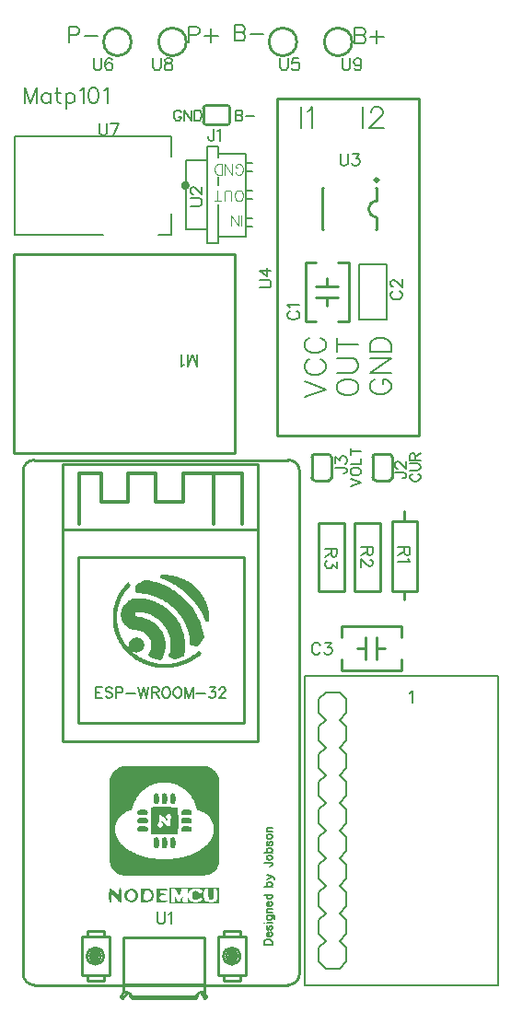
<source format=gto>
G04 Layer: TopSilkscreenLayer*
G04 EasyEDA v6.5.40, 2024-02-04 04:02:13*
G04 e3b7e928b75e4f6ab1737eb406526b54,153482dac41149f1974aef67bcea995d,10*
G04 Gerber Generator version 0.2*
G04 Scale: 100 percent, Rotated: No, Reflected: No *
G04 Dimensions in millimeters *
G04 leading zeros omitted , absolute positions ,4 integer and 5 decimal *
%FSLAX45Y45*%
%MOMM*%

%ADD10C,0.2032*%
%ADD11C,0.1524*%
%ADD12C,0.1270*%
%ADD13C,0.0813*%
%ADD14C,0.2540*%
%ADD15C,0.2007*%
%ADD16C,0.2997*%
%ADD17C,0.4001*%
%ADD18C,0.3000*%
%ADD19C,0.0115*%

%LPD*%
G36*
X1359204Y3836415D02*
G01*
X1351737Y3818940D01*
X1348841Y3810914D01*
X1348435Y3808933D01*
X1350060Y3807358D01*
X1354531Y3804970D01*
X1361186Y3802075D01*
X1380439Y3794709D01*
X1400962Y3786022D01*
X1429054Y3773170D01*
X1451254Y3762095D01*
X1472996Y3750208D01*
X1483664Y3744010D01*
X1499412Y3734358D01*
X1514856Y3724249D01*
X1525016Y3717340D01*
X1539951Y3706571D01*
X1559306Y3691686D01*
X1568805Y3683965D01*
X1582724Y3672128D01*
X1596288Y3659886D01*
X1609496Y3647287D01*
X1626514Y3630015D01*
X1642872Y3612083D01*
X1654708Y3598316D01*
X1669846Y3579418D01*
X1684274Y3560013D01*
X1697939Y3540048D01*
X1710842Y3519627D01*
X1717039Y3509213D01*
X1725930Y3493414D01*
X1737055Y3471926D01*
X1744878Y3455517D01*
X1754530Y3433318D01*
X1762607Y3413963D01*
X1766722Y3406749D01*
X1770735Y3404311D01*
X1776120Y3404920D01*
X1783080Y3406648D01*
X1788363Y3408426D01*
X1792224Y3410610D01*
X1794865Y3413709D01*
X1796491Y3417976D01*
X1797405Y3423920D01*
X1797812Y3431794D01*
X1797812Y3448659D01*
X1797354Y3461715D01*
X1796440Y3474720D01*
X1795068Y3487724D01*
X1793290Y3500729D01*
X1791055Y3513632D01*
X1788363Y3526485D01*
X1785264Y3539236D01*
X1781708Y3551936D01*
X1777746Y3564534D01*
X1773377Y3576980D01*
X1768602Y3589274D01*
X1763369Y3601465D01*
X1757781Y3613454D01*
X1751787Y3625291D01*
X1745386Y3636924D01*
X1738579Y3648354D01*
X1731416Y3659581D01*
X1724761Y3669182D01*
X1718106Y3677869D01*
X1710436Y3687013D01*
X1701952Y3696563D01*
X1692859Y3706266D01*
X1683207Y3716020D01*
X1673301Y3725621D01*
X1663192Y3734917D01*
X1653133Y3743706D01*
X1643329Y3751884D01*
X1633829Y3759250D01*
X1624939Y3765651D01*
X1615490Y3771747D01*
X1604975Y3778046D01*
X1594307Y3784092D01*
X1583436Y3789781D01*
X1572463Y3795166D01*
X1561338Y3800246D01*
X1550060Y3804970D01*
X1538681Y3809441D01*
X1527149Y3813505D01*
X1515567Y3817264D01*
X1503832Y3820718D01*
X1492046Y3823817D01*
X1480159Y3826611D01*
X1468221Y3829050D01*
X1456182Y3831132D01*
X1444091Y3832860D01*
X1432001Y3834282D01*
X1419809Y3835349D01*
X1407617Y3836060D01*
X1395374Y3836415D01*
G37*
G36*
X1206449Y3791661D02*
G01*
X1202283Y3790543D01*
X1195374Y3787444D01*
X1186688Y3782974D01*
X1172210Y3774338D01*
X1161338Y3767175D01*
X1150518Y3759657D01*
X1140968Y3752646D01*
X1131671Y3745179D01*
X1127556Y3741572D01*
X1124559Y3738372D01*
X1122527Y3735324D01*
X1121206Y3732072D01*
X1120495Y3728313D01*
X1120190Y3723640D01*
X1120292Y3709517D01*
X1121511Y3691331D01*
X1124661Y3667760D01*
X1157579Y3667709D01*
X1168704Y3667302D01*
X1179982Y3666591D01*
X1191412Y3665474D01*
X1202994Y3664000D01*
X1214678Y3662172D01*
X1226413Y3659987D01*
X1238300Y3657498D01*
X1250238Y3654653D01*
X1262227Y3651453D01*
X1274216Y3647948D01*
X1286256Y3644087D01*
X1298244Y3639972D01*
X1310233Y3635501D01*
X1322222Y3630726D01*
X1345946Y3620312D01*
X1357731Y3614674D01*
X1369364Y3608730D01*
X1380896Y3602532D01*
X1392275Y3596030D01*
X1403502Y3589274D01*
X1413103Y3583178D01*
X1421841Y3577031D01*
X1431137Y3569970D01*
X1440942Y3562045D01*
X1451102Y3553460D01*
X1461465Y3544315D01*
X1482140Y3524961D01*
X1492199Y3515055D01*
X1510944Y3495344D01*
X1519326Y3485896D01*
X1526946Y3476853D01*
X1533550Y3468370D01*
X1540103Y3459124D01*
X1547215Y3448456D01*
X1554073Y3437534D01*
X1560626Y3426510D01*
X1566875Y3415284D01*
X1572818Y3403955D01*
X1578457Y3392474D01*
X1583791Y3380892D01*
X1588820Y3369208D01*
X1593494Y3357422D01*
X1597863Y3345586D01*
X1601876Y3333699D01*
X1605534Y3321761D01*
X1608886Y3309772D01*
X1611833Y3297834D01*
X1614474Y3285845D01*
X1616710Y3273907D01*
X1618589Y3262020D01*
X1620113Y3250184D01*
X1621282Y3238347D01*
X1623110Y3207766D01*
X1624126Y3197098D01*
X1624888Y3193186D01*
X1625904Y3190087D01*
X1627225Y3187750D01*
X1629003Y3186023D01*
X1631289Y3184804D01*
X1634134Y3184042D01*
X1637639Y3183585D01*
X1693824Y3182112D01*
X1713433Y3205429D01*
X1721205Y3215436D01*
X1729130Y3226257D01*
X1736242Y3236620D01*
X1752396Y3262071D01*
X1746961Y3294278D01*
X1744725Y3306216D01*
X1739442Y3329940D01*
X1733194Y3353409D01*
X1729689Y3365093D01*
X1721967Y3388207D01*
X1717751Y3399637D01*
X1708607Y3422243D01*
X1698548Y3444544D01*
X1690370Y3461004D01*
X1684680Y3471824D01*
X1672589Y3493160D01*
X1662938Y3508806D01*
X1649323Y3529279D01*
X1634896Y3549192D01*
X1627378Y3558895D01*
X1611680Y3577945D01*
X1595069Y3596436D01*
X1577594Y3614267D01*
X1563979Y3627170D01*
X1549908Y3639718D01*
X1530502Y3655822D01*
X1510385Y3671163D01*
X1500073Y3678580D01*
X1479042Y3692753D01*
X1468323Y3699560D01*
X1451914Y3709365D01*
X1429664Y3721658D01*
X1412646Y3730345D01*
X1401165Y3735882D01*
X1383741Y3743706D01*
X1360220Y3753358D01*
X1342339Y3759962D01*
X1318260Y3767886D01*
X1306118Y3771493D01*
X1293926Y3774846D01*
X1269441Y3780790D01*
X1250950Y3784549D01*
X1221994Y3789578D01*
X1211834Y3791102D01*
G37*
G36*
X1051560Y3771036D02*
G01*
X1049020Y3769207D01*
X1043889Y3764178D01*
X1036878Y3756812D01*
X1024432Y3742791D01*
X1015949Y3732682D01*
X1007821Y3722370D01*
X999998Y3711956D01*
X992530Y3701389D01*
X981862Y3685286D01*
X975207Y3674364D01*
X968857Y3663289D01*
X962863Y3652113D01*
X957173Y3640785D01*
X951788Y3629304D01*
X946759Y3617722D01*
X942086Y3605987D01*
X937717Y3594100D01*
X933653Y3582111D01*
X929944Y3569970D01*
X926592Y3557727D01*
X923544Y3545382D01*
X920851Y3532886D01*
X918514Y3520236D01*
X916838Y3509518D01*
X915517Y3498240D01*
X914450Y3486505D01*
X913739Y3474415D01*
X913130Y3455771D01*
X913231Y3436772D01*
X913637Y3424021D01*
X914806Y3405022D01*
X915924Y3392525D01*
X917295Y3380282D01*
X918971Y3368344D01*
X920902Y3356813D01*
X923086Y3345738D01*
X925525Y3335223D01*
X928522Y3324148D01*
X932180Y3312109D01*
X936091Y3300171D01*
X940257Y3288436D01*
X944778Y3276854D01*
X949502Y3265474D01*
X954532Y3254197D01*
X959866Y3243122D01*
X965453Y3232251D01*
X971296Y3221532D01*
X977442Y3210966D01*
X983843Y3200603D01*
X990498Y3190443D01*
X997407Y3180486D01*
X1004569Y3170682D01*
X1012037Y3161080D01*
X1019708Y3151682D01*
X1027684Y3142488D01*
X1035862Y3133496D01*
X1044346Y3124708D01*
X1053033Y3116122D01*
X1062024Y3107740D01*
X1071219Y3099612D01*
X1080668Y3091637D01*
X1090371Y3083915D01*
X1100277Y3076397D01*
X1110386Y3069183D01*
X1120648Y3062224D01*
X1131011Y3055569D01*
X1141476Y3049219D01*
X1152093Y3043123D01*
X1162812Y3037281D01*
X1173632Y3031794D01*
X1195527Y3021584D01*
X1206652Y3016910D01*
X1223467Y3010458D01*
X1234795Y3006496D01*
X1246174Y3002838D01*
X1263345Y2997860D01*
X1274876Y2994914D01*
X1286459Y2992221D01*
X1298092Y2989834D01*
X1309776Y2987751D01*
X1321511Y2985922D01*
X1344980Y2983128D01*
X1368602Y2981452D01*
X1380439Y2981045D01*
X1404061Y2981096D01*
X1415897Y2981553D01*
X1427683Y2982264D01*
X1445361Y2983890D01*
X1468882Y2987040D01*
X1480566Y2989072D01*
X1503832Y2993898D01*
X1526895Y2999892D01*
X1538325Y3003296D01*
X1549704Y3007004D01*
X1560982Y3011017D01*
X1572209Y3015284D01*
X1583334Y3019806D01*
X1594408Y3024632D01*
X1605381Y3029762D01*
X1616252Y3035147D01*
X1632305Y3043732D01*
X1642922Y3049828D01*
X1658569Y3059531D01*
X1668881Y3066338D01*
X1679041Y3073400D01*
X1689049Y3080766D01*
X1700682Y3089706D01*
X1711248Y3098139D01*
X1719529Y3105099D01*
X1724456Y3109671D01*
X1728216Y3114141D01*
X1728927Y3117646D01*
X1726133Y3122015D01*
X1719325Y3129026D01*
X1714398Y3133699D01*
X1709978Y3137509D01*
X1706524Y3140100D01*
X1704441Y3141014D01*
X1701850Y3139694D01*
X1696821Y3136087D01*
X1690116Y3130753D01*
X1677974Y3120440D01*
X1668830Y3112973D01*
X1659280Y3105708D01*
X1649374Y3098647D01*
X1639112Y3091789D01*
X1628546Y3085185D01*
X1617726Y3078835D01*
X1606600Y3072739D01*
X1589481Y3064103D01*
X1577797Y3058718D01*
X1565960Y3053588D01*
X1553921Y3048812D01*
X1541780Y3044342D01*
X1529537Y3040176D01*
X1517192Y3036366D01*
X1504797Y3032912D01*
X1492351Y3029813D01*
X1479905Y3027121D01*
X1469440Y3025190D01*
X1458214Y3023565D01*
X1446326Y3022193D01*
X1434033Y3021076D01*
X1421384Y3020263D01*
X1408480Y3019704D01*
X1395526Y3019399D01*
X1382623Y3019399D01*
X1369872Y3019653D01*
X1357426Y3020212D01*
X1345387Y3021025D01*
X1333957Y3022092D01*
X1323238Y3023463D01*
X1313332Y3025140D01*
X1300276Y3027832D01*
X1287221Y3030931D01*
X1274216Y3034385D01*
X1261313Y3038195D01*
X1248460Y3042361D01*
X1235760Y3046831D01*
X1223213Y3051657D01*
X1210868Y3056788D01*
X1198727Y3062173D01*
X1186840Y3067862D01*
X1175207Y3073806D01*
X1163878Y3080054D01*
X1152906Y3086455D01*
X1142288Y3093161D01*
X1132078Y3100019D01*
X1122273Y3107080D01*
X1112926Y3114344D01*
X1086256Y3137357D01*
X1102055Y3130194D01*
X1107338Y3128060D01*
X1112621Y3126333D01*
X1117904Y3125063D01*
X1123137Y3124250D01*
X1128318Y3123844D01*
X1133449Y3123793D01*
X1138478Y3124200D01*
X1143406Y3124911D01*
X1148283Y3126028D01*
X1153007Y3127451D01*
X1157579Y3129178D01*
X1161999Y3131210D01*
X1166317Y3133547D01*
X1174343Y3139033D01*
X1178052Y3142132D01*
X1181557Y3145485D01*
X1184808Y3149041D01*
X1187856Y3152800D01*
X1190650Y3156712D01*
X1193190Y3160776D01*
X1197356Y3169412D01*
X1198981Y3173882D01*
X1200251Y3178454D01*
X1201216Y3183128D01*
X1201877Y3187903D01*
X1202131Y3192678D01*
X1201978Y3197504D01*
X1201470Y3202381D01*
X1200556Y3207258D01*
X1199235Y3212084D01*
X1197457Y3216960D01*
X1195273Y3221736D01*
X1192580Y3226460D01*
X1189482Y3231134D01*
X1185672Y3235960D01*
X1181557Y3240328D01*
X1177239Y3244291D01*
X1172667Y3247847D01*
X1167841Y3250946D01*
X1162913Y3253689D01*
X1157782Y3255975D01*
X1152550Y3257854D01*
X1147165Y3259277D01*
X1141780Y3260344D01*
X1136294Y3260953D01*
X1130808Y3261156D01*
X1125270Y3260902D01*
X1119784Y3260293D01*
X1114348Y3259226D01*
X1109014Y3257753D01*
X1103782Y3255873D01*
X1098651Y3253536D01*
X1093673Y3250844D01*
X1088898Y3247694D01*
X1084326Y3244088D01*
X1079957Y3240125D01*
X1075842Y3235756D01*
X1072032Y3230930D01*
X1068984Y3226562D01*
X1066596Y3222650D01*
X1064717Y3218891D01*
X1063345Y3215132D01*
X1062380Y3211068D01*
X1061770Y3206496D01*
X1061364Y3195015D01*
X1061720Y3185160D01*
X1062939Y3176168D01*
X1064869Y3168345D01*
X1067612Y3161893D01*
X1073912Y3150006D01*
X1062075Y3160877D01*
X1055776Y3167481D01*
X1049121Y3175304D01*
X1042212Y3184093D01*
X1035100Y3193796D01*
X1027937Y3204210D01*
X1020775Y3215233D01*
X1013714Y3226663D01*
X1006805Y3238449D01*
X1000201Y3250336D01*
X993952Y3262274D01*
X988110Y3274060D01*
X982878Y3285591D01*
X978255Y3296665D01*
X974090Y3307791D01*
X970229Y3319678D01*
X966673Y3332022D01*
X963472Y3344773D01*
X960628Y3357879D01*
X958189Y3371240D01*
X956056Y3384804D01*
X954379Y3398520D01*
X953008Y3412286D01*
X952093Y3426104D01*
X951534Y3439820D01*
X951382Y3453384D01*
X951636Y3466795D01*
X952296Y3479901D01*
X953414Y3492703D01*
X954938Y3505098D01*
X956919Y3517036D01*
X959307Y3529025D01*
X962101Y3541014D01*
X965301Y3553002D01*
X968959Y3564991D01*
X972972Y3576980D01*
X977341Y3588867D01*
X982065Y3600704D01*
X987145Y3612438D01*
X992581Y3624021D01*
X1001268Y3641140D01*
X1007516Y3652316D01*
X1014018Y3663238D01*
X1020775Y3673957D01*
X1027836Y3684422D01*
X1035100Y3694582D01*
X1042669Y3704386D01*
X1050442Y3713937D01*
X1058468Y3723081D01*
X1066647Y3731818D01*
X1080414Y3745992D01*
X1061770Y3763365D01*
X1057046Y3767378D01*
X1053490Y3770020D01*
G37*
G36*
X1143304Y3622649D02*
G01*
X1129690Y3622141D01*
X1116380Y3621125D01*
X1104900Y3619652D01*
X1096772Y3617925D01*
X1090371Y3615842D01*
X1078077Y3611016D01*
X1066393Y3605377D01*
X1055471Y3598926D01*
X1050239Y3595420D01*
X1040333Y3587851D01*
X1031189Y3579571D01*
X1022858Y3570579D01*
X1015288Y3560927D01*
X1011834Y3555898D01*
X1008583Y3550665D01*
X1002741Y3539845D01*
X1000150Y3534206D01*
X995680Y3522522D01*
X993749Y3516528D01*
X992073Y3510381D01*
X990650Y3504082D01*
X989482Y3497732D01*
X987907Y3484981D01*
X987247Y3472840D01*
X987247Y3466896D01*
X987958Y3455263D01*
X989584Y3444036D01*
X990701Y3438550D01*
X993648Y3427831D01*
X997508Y3417468D01*
X1002284Y3407460D01*
X1007973Y3397808D01*
X1014577Y3388461D01*
X1022096Y3379470D01*
X1030528Y3370783D01*
X1039926Y3362350D01*
X1049629Y3354730D01*
X1059434Y3348126D01*
X1069492Y3342487D01*
X1074674Y3339998D01*
X1085392Y3335680D01*
X1096721Y3332124D01*
X1108862Y3329279D01*
X1121918Y3327095D01*
X1161135Y3321507D01*
X1166317Y3320592D01*
X1171549Y3319272D01*
X1176883Y3317595D01*
X1182217Y3315563D01*
X1192885Y3310534D01*
X1203401Y3304286D01*
X1213612Y3297021D01*
X1218539Y3293059D01*
X1227988Y3284474D01*
X1236675Y3275177D01*
X1240637Y3270351D01*
X1244396Y3265322D01*
X1247851Y3260242D01*
X1251051Y3255060D01*
X1253896Y3249777D01*
X1256233Y3244850D01*
X1260195Y3234537D01*
X1263142Y3223768D01*
X1264310Y3218230D01*
X1265885Y3206902D01*
X1266494Y3195472D01*
X1266190Y3183940D01*
X1264920Y3172460D01*
X1262786Y3161182D01*
X1261364Y3155645D01*
X1257858Y3144926D01*
X1253439Y3134664D01*
X1250899Y3129737D01*
X1245158Y3120440D01*
X1234440Y3104997D01*
X1250594Y3089148D01*
X1255318Y3084931D01*
X1259992Y3081172D01*
X1264716Y3077718D01*
X1269492Y3074670D01*
X1274419Y3071876D01*
X1279550Y3069437D01*
X1284935Y3067202D01*
X1290574Y3065221D01*
X1303020Y3061817D01*
X1320850Y3058210D01*
X1337614Y3055416D01*
X1343914Y3054858D01*
X1349044Y3055010D01*
X1353312Y3055823D01*
X1356868Y3057448D01*
X1359966Y3059938D01*
X1362760Y3063392D01*
X1365554Y3067812D01*
X1371752Y3079902D01*
X1376934Y3091129D01*
X1381556Y3102406D01*
X1385570Y3113836D01*
X1389075Y3125317D01*
X1392021Y3136900D01*
X1394409Y3148482D01*
X1396238Y3160166D01*
X1397508Y3171850D01*
X1398219Y3183534D01*
X1398422Y3195218D01*
X1398016Y3206851D01*
X1397101Y3218484D01*
X1395628Y3230067D01*
X1393596Y3241548D01*
X1391056Y3253028D01*
X1387906Y3264357D01*
X1384300Y3275584D01*
X1380083Y3286709D01*
X1375359Y3297682D01*
X1370126Y3308502D01*
X1364335Y3319119D01*
X1357985Y3329635D01*
X1351127Y3339896D01*
X1343710Y3349955D01*
X1336548Y3358794D01*
X1328826Y3367328D01*
X1320546Y3375558D01*
X1311757Y3383483D01*
X1302562Y3391103D01*
X1292910Y3398316D01*
X1282903Y3405174D01*
X1272540Y3411626D01*
X1261872Y3417620D01*
X1250950Y3423208D01*
X1239774Y3428339D01*
X1228394Y3433013D01*
X1216914Y3437128D01*
X1205230Y3440785D01*
X1193546Y3443884D01*
X1181760Y3446424D01*
X1169974Y3448354D01*
X1149553Y3450793D01*
X1141831Y3452317D01*
X1135126Y3454298D01*
X1129436Y3456686D01*
X1124712Y3459479D01*
X1121105Y3462680D01*
X1118514Y3466236D01*
X1117041Y3470097D01*
X1116685Y3474262D01*
X1117447Y3478733D01*
X1119378Y3483457D01*
X1122476Y3488436D01*
X1124458Y3491026D01*
X1126439Y3492957D01*
X1128877Y3494328D01*
X1132078Y3495141D01*
X1136446Y3495548D01*
X1150416Y3495141D01*
X1166723Y3494125D01*
X1178458Y3492906D01*
X1190142Y3491229D01*
X1201674Y3489096D01*
X1213154Y3486505D01*
X1224483Y3483457D01*
X1235659Y3479952D01*
X1246733Y3476040D01*
X1257655Y3471672D01*
X1268425Y3466846D01*
X1279042Y3461562D01*
X1289507Y3455873D01*
X1299768Y3449777D01*
X1309878Y3443224D01*
X1319784Y3436264D01*
X1329486Y3428847D01*
X1338986Y3421075D01*
X1348282Y3412845D01*
X1357477Y3404108D01*
X1366367Y3394964D01*
X1374749Y3385718D01*
X1382623Y3376269D01*
X1389989Y3366566D01*
X1396898Y3356559D01*
X1403350Y3346297D01*
X1409446Y3335629D01*
X1415135Y3324606D01*
X1420469Y3313125D01*
X1425448Y3301136D01*
X1430172Y3288639D01*
X1434388Y3276142D01*
X1437589Y3265220D01*
X1439926Y3254654D01*
X1441551Y3243224D01*
X1442720Y3229660D01*
X1443532Y3212744D01*
X1444142Y3193643D01*
X1444396Y3177997D01*
X1444142Y3164586D01*
X1443278Y3152546D01*
X1441704Y3140913D01*
X1439214Y3128873D01*
X1435811Y3115462D01*
X1428546Y3090773D01*
X1428089Y3088589D01*
X1428343Y3086658D01*
X1429461Y3084830D01*
X1431696Y3083001D01*
X1435252Y3081020D01*
X1440383Y3078734D01*
X1456080Y3072790D01*
X1485747Y3062020D01*
X1515922Y3071215D01*
X1534617Y3077768D01*
X1552600Y3084576D01*
X1564284Y3089554D01*
X1566011Y3090672D01*
X1571345Y3120390D01*
X1572920Y3130448D01*
X1574241Y3141675D01*
X1575257Y3153714D01*
X1576374Y3179622D01*
X1576324Y3206496D01*
X1575866Y3219754D01*
X1575104Y3232607D01*
X1574088Y3244850D01*
X1572717Y3256279D01*
X1571142Y3266694D01*
X1568704Y3278936D01*
X1565960Y3291128D01*
X1562811Y3303168D01*
X1559306Y3315106D01*
X1555445Y3326942D01*
X1551279Y3338677D01*
X1546707Y3350209D01*
X1541830Y3361639D01*
X1536598Y3372916D01*
X1531061Y3384042D01*
X1525168Y3395014D01*
X1519021Y3405784D01*
X1512519Y3416401D01*
X1505712Y3426866D01*
X1498600Y3437077D01*
X1491183Y3447135D01*
X1483512Y3456940D01*
X1475536Y3466541D01*
X1467307Y3475939D01*
X1458772Y3485134D01*
X1449984Y3494074D01*
X1440891Y3502761D01*
X1431594Y3511194D01*
X1422044Y3519373D01*
X1412240Y3527348D01*
X1402181Y3534968D01*
X1391869Y3542334D01*
X1381353Y3549446D01*
X1370634Y3556254D01*
X1359662Y3562756D01*
X1348486Y3568954D01*
X1337106Y3574846D01*
X1325270Y3580536D01*
X1313281Y3585870D01*
X1301191Y3590899D01*
X1288999Y3595573D01*
X1276756Y3599891D01*
X1264462Y3603853D01*
X1252118Y3607460D01*
X1239723Y3610711D01*
X1227378Y3613556D01*
X1215085Y3616045D01*
X1202842Y3618128D01*
X1190701Y3619855D01*
X1178661Y3621125D01*
X1166723Y3622040D01*
X1154938Y3622548D01*
G37*
G36*
X1377391Y2082393D02*
G01*
X1286764Y2082190D01*
X1146098Y2081123D01*
X1090980Y2080361D01*
X1046022Y2079396D01*
X1013460Y2078228D01*
X1002537Y2077618D01*
X995527Y2076907D01*
X993648Y2076551D01*
X982929Y2073198D01*
X977696Y2071217D01*
X967486Y2066594D01*
X957630Y2061210D01*
X948182Y2055063D01*
X939190Y2048256D01*
X930706Y2040788D01*
X922731Y2032762D01*
X915416Y2024176D01*
X908710Y2015032D01*
X905560Y2010308D01*
X899921Y2000504D01*
X897331Y1995474D01*
X892810Y1985111D01*
X890828Y1979828D01*
X887577Y1969007D01*
X886815Y1963978D01*
X885494Y1942033D01*
X884377Y1906066D01*
X883462Y1858365D01*
X882192Y1736648D01*
X881837Y1667103D01*
X881813Y1499057D01*
X933856Y1499057D01*
X934008Y1507896D01*
X934567Y1516786D01*
X935634Y1525676D01*
X937158Y1534617D01*
X939190Y1543558D01*
X941679Y1552498D01*
X944676Y1561439D01*
X948182Y1570329D01*
X952195Y1579270D01*
X954836Y1584452D01*
X957834Y1589633D01*
X964692Y1599895D01*
X972667Y1609902D01*
X976985Y1614830D01*
X986332Y1624279D01*
X996391Y1633321D01*
X1007008Y1641703D01*
X1018133Y1649323D01*
X1023772Y1652879D01*
X1035303Y1659229D01*
X1046886Y1664563D01*
X1052626Y1666849D01*
X1058418Y1668830D01*
X1079246Y1674114D01*
X1085088Y1676501D01*
X1088339Y1679702D01*
X1089964Y1684223D01*
X1092708Y1695907D01*
X1095857Y1707388D01*
X1099413Y1718614D01*
X1103325Y1729689D01*
X1109878Y1745792D01*
X1114755Y1756257D01*
X1119886Y1766468D01*
X1125423Y1776425D01*
X1131265Y1786128D01*
X1137412Y1795576D01*
X1143914Y1804771D01*
X1150670Y1813661D01*
X1157732Y1822297D01*
X1165098Y1830628D01*
X1172718Y1838655D01*
X1180592Y1846427D01*
X1188720Y1853895D01*
X1197102Y1861007D01*
X1205687Y1867814D01*
X1214526Y1874316D01*
X1223568Y1880514D01*
X1232814Y1886356D01*
X1242263Y1891842D01*
X1251915Y1897024D01*
X1261719Y1901799D01*
X1271727Y1906270D01*
X1281836Y1910384D01*
X1292148Y1914093D01*
X1302562Y1917446D01*
X1313129Y1920392D01*
X1323797Y1922983D01*
X1334566Y1925167D01*
X1345488Y1926945D01*
X1356461Y1928317D01*
X1367536Y1929282D01*
X1378661Y1929841D01*
X1389837Y1929942D01*
X1401114Y1929638D01*
X1412392Y1928926D01*
X1423720Y1927758D01*
X1435100Y1926132D01*
X1446479Y1924050D01*
X1457858Y1921510D01*
X1469491Y1918411D01*
X1481277Y1914804D01*
X1492859Y1910740D01*
X1504188Y1906219D01*
X1515262Y1901291D01*
X1526133Y1895906D01*
X1536700Y1890115D01*
X1547012Y1883968D01*
X1557070Y1877364D01*
X1566875Y1870405D01*
X1576324Y1863089D01*
X1585518Y1855368D01*
X1594358Y1847342D01*
X1602943Y1838909D01*
X1611122Y1830171D01*
X1619046Y1821129D01*
X1626565Y1811731D01*
X1633728Y1802079D01*
X1640586Y1792071D01*
X1646986Y1781810D01*
X1653082Y1771243D01*
X1658772Y1760423D01*
X1664004Y1749348D01*
X1668881Y1738020D01*
X1673352Y1726438D01*
X1677365Y1714652D01*
X1680921Y1702663D01*
X1685493Y1684223D01*
X1687118Y1679702D01*
X1690370Y1676552D01*
X1696212Y1674114D01*
X1711096Y1670557D01*
X1721713Y1667510D01*
X1732076Y1663649D01*
X1742135Y1659077D01*
X1751888Y1653793D01*
X1761286Y1647901D01*
X1770329Y1641348D01*
X1778965Y1634236D01*
X1787143Y1626616D01*
X1794916Y1618437D01*
X1802180Y1609852D01*
X1808937Y1600809D01*
X1815134Y1591411D01*
X1820773Y1581658D01*
X1825802Y1571599D01*
X1830171Y1561287D01*
X1833930Y1550720D01*
X1836978Y1539951D01*
X1839315Y1529080D01*
X1840941Y1518056D01*
X1841754Y1506931D01*
X1841804Y1495806D01*
X1841093Y1485798D01*
X1840026Y1476908D01*
X1838502Y1468120D01*
X1836521Y1459433D01*
X1834134Y1450848D01*
X1831390Y1442415D01*
X1828190Y1434033D01*
X1824583Y1425752D01*
X1820621Y1417624D01*
X1816252Y1409598D01*
X1811477Y1401724D01*
X1806397Y1393901D01*
X1800910Y1386281D01*
X1792071Y1375054D01*
X1785721Y1367739D01*
X1779016Y1360525D01*
X1772005Y1353515D01*
X1764690Y1346606D01*
X1757070Y1339900D01*
X1749145Y1333296D01*
X1740865Y1326845D01*
X1732381Y1320596D01*
X1723542Y1314500D01*
X1714449Y1308557D01*
X1705102Y1302766D01*
X1695500Y1297178D01*
X1685594Y1291742D01*
X1665122Y1281430D01*
X1654556Y1276553D01*
X1632712Y1267358D01*
X1610055Y1258976D01*
X1598422Y1255064D01*
X1574596Y1247902D01*
X1550111Y1241552D01*
X1531315Y1237386D01*
X1505762Y1232611D01*
X1492808Y1230579D01*
X1473098Y1227937D01*
X1446479Y1225296D01*
X1419453Y1223619D01*
X1405788Y1223162D01*
X1392072Y1222959D01*
X1364437Y1223314D01*
X1350518Y1223873D01*
X1322578Y1225854D01*
X1301546Y1228039D01*
X1280515Y1230884D01*
X1266444Y1233119D01*
X1251966Y1235760D01*
X1230680Y1240180D01*
X1216863Y1243482D01*
X1203299Y1246987D01*
X1189939Y1250797D01*
X1176934Y1254810D01*
X1164132Y1259078D01*
X1151686Y1263599D01*
X1139494Y1268323D01*
X1127556Y1273251D01*
X1115974Y1278432D01*
X1104696Y1283766D01*
X1093673Y1289354D01*
X1083005Y1295095D01*
X1072692Y1301089D01*
X1062634Y1307236D01*
X1052982Y1313535D01*
X1043635Y1320038D01*
X1034592Y1326692D01*
X1025956Y1333500D01*
X1017625Y1340459D01*
X1009700Y1347622D01*
X1002080Y1354886D01*
X994867Y1362303D01*
X988060Y1369822D01*
X981557Y1377492D01*
X975512Y1385265D01*
X969822Y1393139D01*
X964539Y1401165D01*
X959612Y1409293D01*
X955141Y1417472D01*
X951077Y1425752D01*
X947419Y1434134D01*
X944168Y1442618D01*
X941374Y1451102D01*
X939037Y1459738D01*
X937107Y1468374D01*
X935583Y1477060D01*
X934567Y1485849D01*
X933856Y1499057D01*
X881813Y1499057D01*
X882599Y1367383D01*
X883259Y1308150D01*
X884123Y1257808D01*
X885190Y1218742D01*
X886460Y1193088D01*
X887171Y1185976D01*
X889101Y1178458D01*
X892860Y1167638D01*
X897432Y1157224D01*
X902766Y1147165D01*
X908862Y1137564D01*
X915619Y1128420D01*
X923036Y1119835D01*
X931062Y1111808D01*
X939647Y1104392D01*
X948791Y1097584D01*
X958342Y1091488D01*
X968400Y1086154D01*
X978814Y1081582D01*
X989584Y1077823D01*
X995984Y1076096D01*
X1002080Y1075385D01*
X1012139Y1074674D01*
X1043127Y1073505D01*
X1086713Y1072489D01*
X1140663Y1071676D01*
X1202690Y1071016D01*
X1270609Y1070610D01*
X1351229Y1070406D01*
X1478330Y1070508D01*
X1619961Y1071473D01*
X1676095Y1072235D01*
X1722475Y1073200D01*
X1756867Y1074369D01*
X1768805Y1075029D01*
X1779473Y1076096D01*
X1785874Y1077823D01*
X1796643Y1081582D01*
X1807057Y1086154D01*
X1817065Y1091488D01*
X1826666Y1097584D01*
X1835759Y1104392D01*
X1844344Y1111808D01*
X1848459Y1115720D01*
X1856181Y1124051D01*
X1863293Y1132941D01*
X1869693Y1142288D01*
X1875434Y1152144D01*
X1880412Y1162405D01*
X1884578Y1173022D01*
X1886356Y1178458D01*
X1888083Y1184859D01*
X1888794Y1190955D01*
X1890115Y1214780D01*
X1891182Y1252321D01*
X1892096Y1301343D01*
X1892807Y1359611D01*
X1893671Y1503883D01*
X1893671Y1631238D01*
X1893417Y1711147D01*
X1892249Y1837994D01*
X1891385Y1889556D01*
X1890369Y1930196D01*
X1889099Y1957679D01*
X1888032Y1968347D01*
X1886305Y1974697D01*
X1882546Y1985467D01*
X1877974Y1995932D01*
X1872640Y2005939D01*
X1866544Y2015540D01*
X1859788Y2024634D01*
X1852320Y2033219D01*
X1848408Y2037334D01*
X1840077Y2045055D01*
X1831187Y2052167D01*
X1821840Y2058568D01*
X1811985Y2064308D01*
X1801723Y2069287D01*
X1791106Y2073452D01*
X1785670Y2075230D01*
X1779320Y2076957D01*
X1773275Y2077669D01*
X1749501Y2078888D01*
X1711909Y2079955D01*
X1662734Y2080818D01*
X1604314Y2081530D01*
X1459534Y2082292D01*
G37*
G36*
X1311910Y1829206D02*
G01*
X1307896Y1828546D01*
X1303324Y1826818D01*
X1298803Y1824177D01*
X1294942Y1820976D01*
X1292352Y1818233D01*
X1290370Y1815541D01*
X1288948Y1812543D01*
X1287881Y1808784D01*
X1287221Y1803907D01*
X1286865Y1797557D01*
X1286662Y1778660D01*
X1286764Y1769719D01*
X1287221Y1761794D01*
X1287932Y1754835D01*
X1288999Y1748789D01*
X1290421Y1743557D01*
X1292199Y1739239D01*
X1294384Y1735632D01*
X1296974Y1732838D01*
X1300022Y1730705D01*
X1303477Y1729232D01*
X1307439Y1728419D01*
X1311910Y1728114D01*
X1316380Y1728419D01*
X1320342Y1729232D01*
X1323848Y1730705D01*
X1326896Y1732838D01*
X1329486Y1735632D01*
X1331620Y1739239D01*
X1333449Y1743557D01*
X1334820Y1748789D01*
X1335887Y1754835D01*
X1336649Y1761794D01*
X1337056Y1769719D01*
X1337208Y1778660D01*
X1337056Y1787601D01*
X1336649Y1795525D01*
X1335887Y1802536D01*
X1334820Y1808581D01*
X1333449Y1813763D01*
X1331620Y1818132D01*
X1329486Y1821688D01*
X1326896Y1824532D01*
X1323848Y1826615D01*
X1320342Y1828088D01*
X1316380Y1828952D01*
G37*
G36*
X1387703Y1829206D02*
G01*
X1383436Y1828698D01*
X1378762Y1827326D01*
X1374241Y1825294D01*
X1370431Y1822805D01*
X1367942Y1820621D01*
X1366012Y1818335D01*
X1364589Y1815541D01*
X1363624Y1811782D01*
X1363014Y1806651D01*
X1362659Y1799691D01*
X1362456Y1778660D01*
X1362862Y1760423D01*
X1363472Y1753158D01*
X1364386Y1746961D01*
X1365605Y1741881D01*
X1367231Y1737715D01*
X1369314Y1734413D01*
X1371854Y1731924D01*
X1374952Y1730146D01*
X1378610Y1728978D01*
X1382826Y1728317D01*
X1387703Y1728114D01*
X1392580Y1728317D01*
X1396847Y1728978D01*
X1400505Y1730146D01*
X1403553Y1731924D01*
X1406093Y1734413D01*
X1408176Y1737715D01*
X1409852Y1741881D01*
X1411071Y1746961D01*
X1411986Y1753158D01*
X1412544Y1760423D01*
X1412900Y1768906D01*
X1412900Y1788464D01*
X1412544Y1796948D01*
X1411986Y1804212D01*
X1411071Y1810359D01*
X1409852Y1815490D01*
X1408176Y1819656D01*
X1406093Y1822907D01*
X1403553Y1825396D01*
X1400505Y1827225D01*
X1396847Y1828393D01*
X1392580Y1829003D01*
G37*
G36*
X1463548Y1829206D02*
G01*
X1459484Y1828546D01*
X1454962Y1826818D01*
X1450441Y1824177D01*
X1446530Y1820976D01*
X1443939Y1818233D01*
X1442008Y1815541D01*
X1440535Y1812543D01*
X1439519Y1808784D01*
X1438859Y1803907D01*
X1438452Y1797557D01*
X1438249Y1778660D01*
X1438402Y1769719D01*
X1438808Y1761794D01*
X1439570Y1754835D01*
X1440637Y1748789D01*
X1442008Y1743557D01*
X1443786Y1739239D01*
X1445971Y1735632D01*
X1448562Y1732838D01*
X1451610Y1730705D01*
X1455115Y1729232D01*
X1459077Y1728419D01*
X1463548Y1728114D01*
X1468018Y1728419D01*
X1471980Y1729232D01*
X1475435Y1730705D01*
X1478483Y1732838D01*
X1481074Y1735632D01*
X1483258Y1739239D01*
X1485036Y1743557D01*
X1486458Y1748789D01*
X1487474Y1754835D01*
X1488236Y1761794D01*
X1488643Y1769719D01*
X1488795Y1778660D01*
X1488643Y1787601D01*
X1488236Y1795525D01*
X1487474Y1802536D01*
X1486458Y1808581D01*
X1485036Y1813763D01*
X1483258Y1818132D01*
X1481074Y1821688D01*
X1478483Y1824532D01*
X1475435Y1826615D01*
X1471980Y1828088D01*
X1468018Y1828952D01*
G37*
G36*
X1340053Y1704390D02*
G01*
X1309014Y1703933D01*
X1296263Y1703527D01*
X1285900Y1702866D01*
X1278331Y1702104D01*
X1273962Y1701139D01*
X1270304Y1699209D01*
X1268679Y1697989D01*
X1267256Y1696415D01*
X1265986Y1694535D01*
X1264869Y1692198D01*
X1263904Y1689303D01*
X1262329Y1681734D01*
X1261262Y1671167D01*
X1260551Y1657045D01*
X1260195Y1638757D01*
X1260297Y1587398D01*
X1260711Y1539290D01*
X1324864Y1539290D01*
X1325219Y1543558D01*
X1326591Y1547876D01*
X1328978Y1552194D01*
X1333601Y1558340D01*
X1334617Y1560779D01*
X1335430Y1564030D01*
X1336090Y1568145D01*
X1336954Y1579219D01*
X1337208Y1594459D01*
X1337208Y1627073D01*
X1353870Y1626920D01*
X1357426Y1626311D01*
X1360830Y1625092D01*
X1364437Y1623110D01*
X1368450Y1620113D01*
X1373225Y1615948D01*
X1395323Y1594307D01*
X1403350Y1586788D01*
X1409192Y1581708D01*
X1412036Y1579880D01*
X1414373Y1581404D01*
X1414373Y1585518D01*
X1412138Y1591208D01*
X1404924Y1602232D01*
X1402892Y1607007D01*
X1401775Y1611782D01*
X1401622Y1616506D01*
X1402283Y1621028D01*
X1403807Y1625346D01*
X1406093Y1629257D01*
X1409090Y1632762D01*
X1412798Y1635709D01*
X1417167Y1638046D01*
X1422095Y1639570D01*
X1427581Y1640332D01*
X1430121Y1639570D01*
X1433728Y1637487D01*
X1437944Y1634286D01*
X1442212Y1630324D01*
X1445818Y1626209D01*
X1448409Y1622044D01*
X1449984Y1617878D01*
X1450594Y1613611D01*
X1450187Y1609344D01*
X1448816Y1605076D01*
X1446428Y1600758D01*
X1441856Y1594713D01*
X1440840Y1592224D01*
X1440027Y1588973D01*
X1439367Y1584858D01*
X1438503Y1573834D01*
X1438249Y1558544D01*
X1438249Y1525981D01*
X1421587Y1526133D01*
X1418031Y1526692D01*
X1414627Y1527911D01*
X1411020Y1529892D01*
X1406956Y1532890D01*
X1396441Y1542542D01*
X1380134Y1558696D01*
X1372108Y1566214D01*
X1366266Y1571294D01*
X1363370Y1573123D01*
X1361033Y1571599D01*
X1361084Y1567484D01*
X1363319Y1561795D01*
X1370736Y1550466D01*
X1372819Y1545590D01*
X1373886Y1540764D01*
X1373987Y1536090D01*
X1373276Y1531620D01*
X1371752Y1527505D01*
X1369568Y1523796D01*
X1366774Y1520545D01*
X1363472Y1517904D01*
X1359763Y1515872D01*
X1355699Y1514602D01*
X1351432Y1514144D01*
X1346962Y1514602D01*
X1342440Y1516075D01*
X1337970Y1518615D01*
X1333550Y1522323D01*
X1329842Y1526540D01*
X1327150Y1530807D01*
X1325473Y1535023D01*
X1324864Y1539290D01*
X1260711Y1539290D01*
X1261262Y1503476D01*
X1262176Y1478432D01*
X1262837Y1470355D01*
X1263650Y1464614D01*
X1264666Y1460652D01*
X1265885Y1458010D01*
X1267409Y1456131D01*
X1268476Y1455470D01*
X1270304Y1454810D01*
X1276146Y1453642D01*
X1284478Y1452626D01*
X1295095Y1451711D01*
X1321714Y1450340D01*
X1353464Y1449527D01*
X1396390Y1449273D01*
X1430274Y1449679D01*
X1460957Y1450644D01*
X1485900Y1452168D01*
X1495450Y1453134D01*
X1502562Y1454251D01*
X1506931Y1455470D01*
X1508048Y1456182D01*
X1508709Y1457248D01*
X1509369Y1459077D01*
X1510538Y1464919D01*
X1511554Y1473250D01*
X1512468Y1483868D01*
X1513840Y1510487D01*
X1514703Y1542186D01*
X1514957Y1585163D01*
X1514551Y1619046D01*
X1513586Y1649780D01*
X1512062Y1674723D01*
X1511096Y1684223D01*
X1509979Y1691386D01*
X1508709Y1695754D01*
X1508048Y1696872D01*
X1507032Y1697431D01*
X1502308Y1698498D01*
X1494434Y1699514D01*
X1470812Y1701292D01*
X1439418Y1702714D01*
X1403553Y1703781D01*
X1366570Y1704289D01*
G37*
G36*
X1185570Y1678736D02*
G01*
X1178864Y1678584D01*
X1172260Y1678178D01*
X1165961Y1677416D01*
X1160068Y1676400D01*
X1154684Y1675079D01*
X1150061Y1673453D01*
X1146200Y1671523D01*
X1143304Y1669338D01*
X1140104Y1665427D01*
X1137462Y1660906D01*
X1135735Y1656384D01*
X1135075Y1652320D01*
X1135329Y1647850D01*
X1136192Y1643888D01*
X1137666Y1640382D01*
X1139748Y1637385D01*
X1142593Y1634794D01*
X1146149Y1632610D01*
X1150518Y1630832D01*
X1155700Y1629410D01*
X1161745Y1628343D01*
X1168704Y1627632D01*
X1176629Y1627174D01*
X1204417Y1627276D01*
X1210818Y1627632D01*
X1215694Y1628292D01*
X1219454Y1629308D01*
X1222451Y1630781D01*
X1225143Y1632762D01*
X1227836Y1635302D01*
X1231290Y1639366D01*
X1233779Y1643583D01*
X1235252Y1647952D01*
X1235760Y1652320D01*
X1235252Y1656689D01*
X1233779Y1661058D01*
X1231290Y1665274D01*
X1227836Y1669338D01*
X1224940Y1671523D01*
X1221130Y1673453D01*
X1216456Y1675079D01*
X1211122Y1676400D01*
X1205179Y1677416D01*
X1198880Y1678178D01*
X1192326Y1678584D01*
G37*
G36*
X1589887Y1678736D02*
G01*
X1583131Y1678584D01*
X1576578Y1678178D01*
X1570228Y1677416D01*
X1564335Y1676400D01*
X1559001Y1675079D01*
X1554327Y1673453D01*
X1550466Y1671523D01*
X1547622Y1669338D01*
X1544421Y1665427D01*
X1541780Y1660906D01*
X1540002Y1656384D01*
X1539341Y1652320D01*
X1539595Y1647850D01*
X1540459Y1643888D01*
X1541932Y1640382D01*
X1544015Y1637385D01*
X1546860Y1634794D01*
X1550416Y1632610D01*
X1554784Y1630832D01*
X1559966Y1629410D01*
X1566011Y1628343D01*
X1573022Y1627632D01*
X1580946Y1627174D01*
X1608734Y1627276D01*
X1615084Y1627632D01*
X1619961Y1628292D01*
X1623720Y1629308D01*
X1626717Y1630781D01*
X1629410Y1632762D01*
X1632153Y1635302D01*
X1635607Y1639366D01*
X1638046Y1643583D01*
X1639519Y1647952D01*
X1640027Y1652320D01*
X1639519Y1656689D01*
X1638046Y1661058D01*
X1635607Y1665274D01*
X1632153Y1669338D01*
X1629257Y1671523D01*
X1625396Y1673453D01*
X1620723Y1675079D01*
X1615389Y1676400D01*
X1609496Y1677416D01*
X1603197Y1678178D01*
X1596593Y1678584D01*
G37*
G36*
X1174953Y1602892D02*
G01*
X1163066Y1602384D01*
X1158290Y1601876D01*
X1154277Y1601165D01*
X1151077Y1600301D01*
X1148588Y1599285D01*
X1144828Y1596796D01*
X1141628Y1593646D01*
X1139037Y1589887D01*
X1137158Y1585722D01*
X1135938Y1581302D01*
X1135481Y1576628D01*
X1135837Y1571955D01*
X1137005Y1567332D01*
X1138428Y1563878D01*
X1140155Y1560880D01*
X1142238Y1558340D01*
X1144778Y1556156D01*
X1147876Y1554327D01*
X1151534Y1552905D01*
X1155852Y1551787D01*
X1160932Y1550974D01*
X1166825Y1550416D01*
X1181354Y1550111D01*
X1198727Y1550619D01*
X1206296Y1551228D01*
X1212799Y1552041D01*
X1218387Y1553108D01*
X1223060Y1554530D01*
X1226921Y1556308D01*
X1230020Y1558493D01*
X1232357Y1561084D01*
X1234135Y1564182D01*
X1235252Y1567738D01*
X1235913Y1571853D01*
X1236116Y1576527D01*
X1235913Y1581200D01*
X1235252Y1585315D01*
X1234135Y1588871D01*
X1232357Y1591919D01*
X1230020Y1594510D01*
X1226921Y1596694D01*
X1223060Y1598472D01*
X1218387Y1599895D01*
X1212799Y1600962D01*
X1206296Y1601774D01*
X1198727Y1602384D01*
X1182116Y1602892D01*
G37*
G36*
X1579219Y1602892D02*
G01*
X1567332Y1602384D01*
X1562557Y1601876D01*
X1558594Y1601165D01*
X1555343Y1600301D01*
X1552854Y1599285D01*
X1549095Y1596796D01*
X1545894Y1593646D01*
X1543354Y1589887D01*
X1541424Y1585722D01*
X1540205Y1581302D01*
X1539748Y1576628D01*
X1540103Y1571955D01*
X1541272Y1567332D01*
X1542694Y1563878D01*
X1544421Y1560880D01*
X1546504Y1558340D01*
X1549044Y1556156D01*
X1552143Y1554327D01*
X1555800Y1552905D01*
X1560118Y1551787D01*
X1565198Y1550974D01*
X1571091Y1550416D01*
X1585620Y1550111D01*
X1602994Y1550619D01*
X1610563Y1551228D01*
X1617065Y1552041D01*
X1622653Y1553108D01*
X1627327Y1554530D01*
X1631188Y1556308D01*
X1634286Y1558493D01*
X1636623Y1561084D01*
X1638401Y1564182D01*
X1639519Y1567738D01*
X1640179Y1571853D01*
X1640382Y1576527D01*
X1640179Y1581200D01*
X1639519Y1585315D01*
X1638401Y1588871D01*
X1636623Y1591919D01*
X1634286Y1594510D01*
X1631188Y1596694D01*
X1627327Y1598472D01*
X1622653Y1599895D01*
X1617065Y1600962D01*
X1610563Y1601774D01*
X1602994Y1602384D01*
X1586382Y1602892D01*
G37*
G36*
X1185570Y1525981D02*
G01*
X1166723Y1525778D01*
X1160373Y1525371D01*
X1155496Y1524711D01*
X1151737Y1523695D01*
X1148740Y1522222D01*
X1146048Y1520240D01*
X1143304Y1517700D01*
X1140104Y1513789D01*
X1137462Y1509268D01*
X1135735Y1504746D01*
X1135075Y1500682D01*
X1135329Y1496212D01*
X1136192Y1492250D01*
X1137666Y1488744D01*
X1139748Y1485747D01*
X1142593Y1483156D01*
X1146149Y1480972D01*
X1150518Y1479194D01*
X1155700Y1477772D01*
X1161745Y1476705D01*
X1168704Y1475994D01*
X1176629Y1475536D01*
X1194511Y1475536D01*
X1202436Y1475994D01*
X1209446Y1476705D01*
X1215491Y1477772D01*
X1220673Y1479194D01*
X1225042Y1480972D01*
X1228598Y1483156D01*
X1231442Y1485747D01*
X1233525Y1488744D01*
X1234998Y1492250D01*
X1235862Y1496212D01*
X1236116Y1500682D01*
X1235862Y1505153D01*
X1234998Y1509115D01*
X1233525Y1512620D01*
X1231442Y1515668D01*
X1228598Y1518259D01*
X1225042Y1520393D01*
X1220673Y1522222D01*
X1215491Y1523593D01*
X1209446Y1524660D01*
X1202436Y1525422D01*
X1194511Y1525828D01*
G37*
G36*
X1589887Y1525981D02*
G01*
X1570990Y1525778D01*
X1564640Y1525371D01*
X1559763Y1524711D01*
X1556004Y1523695D01*
X1553006Y1522222D01*
X1550314Y1520240D01*
X1547622Y1517700D01*
X1544421Y1513789D01*
X1541780Y1509268D01*
X1540002Y1504746D01*
X1539341Y1500682D01*
X1539595Y1496212D01*
X1540459Y1492250D01*
X1541932Y1488744D01*
X1544015Y1485747D01*
X1546860Y1483156D01*
X1550416Y1480972D01*
X1554784Y1479194D01*
X1559966Y1477772D01*
X1566011Y1476705D01*
X1573022Y1475994D01*
X1580946Y1475536D01*
X1598828Y1475536D01*
X1606753Y1475994D01*
X1613712Y1476705D01*
X1619758Y1477772D01*
X1624939Y1479194D01*
X1629308Y1480972D01*
X1632864Y1483156D01*
X1635709Y1485747D01*
X1637792Y1488744D01*
X1639265Y1492250D01*
X1640128Y1496212D01*
X1640382Y1500682D01*
X1640128Y1505153D01*
X1639265Y1509115D01*
X1637792Y1512620D01*
X1635709Y1515668D01*
X1632864Y1518259D01*
X1629308Y1520393D01*
X1624939Y1522222D01*
X1619758Y1523593D01*
X1613712Y1524660D01*
X1606753Y1525422D01*
X1598828Y1525828D01*
G37*
G36*
X1311910Y1424889D02*
G01*
X1307896Y1424228D01*
X1303324Y1422450D01*
X1298803Y1419809D01*
X1294942Y1416608D01*
X1292352Y1413865D01*
X1290370Y1411173D01*
X1288948Y1408176D01*
X1287881Y1404416D01*
X1287221Y1399540D01*
X1286865Y1393190D01*
X1286662Y1374343D01*
X1286764Y1365402D01*
X1287221Y1357477D01*
X1287932Y1350467D01*
X1288999Y1344422D01*
X1290421Y1339240D01*
X1292199Y1334871D01*
X1294384Y1331315D01*
X1296974Y1328470D01*
X1300022Y1326388D01*
X1303477Y1324914D01*
X1307439Y1324051D01*
X1311910Y1323797D01*
X1316380Y1324051D01*
X1320342Y1324914D01*
X1323848Y1326388D01*
X1326896Y1328470D01*
X1329486Y1331315D01*
X1331620Y1334871D01*
X1333449Y1339240D01*
X1334820Y1344422D01*
X1335887Y1350467D01*
X1336649Y1357477D01*
X1337056Y1365402D01*
X1337208Y1374343D01*
X1337056Y1383284D01*
X1336649Y1391208D01*
X1335887Y1398168D01*
X1334820Y1404213D01*
X1333449Y1409395D01*
X1331620Y1413764D01*
X1329486Y1417370D01*
X1326896Y1420164D01*
X1323848Y1422298D01*
X1320342Y1423771D01*
X1316380Y1424584D01*
G37*
G36*
X1387703Y1424889D02*
G01*
X1383436Y1424381D01*
X1378762Y1422958D01*
X1374241Y1420926D01*
X1370431Y1418437D01*
X1367942Y1416253D01*
X1366012Y1413967D01*
X1364589Y1411173D01*
X1363624Y1407414D01*
X1363014Y1402283D01*
X1362659Y1395323D01*
X1362456Y1374343D01*
X1362862Y1356055D01*
X1363472Y1348790D01*
X1364386Y1342644D01*
X1365605Y1337513D01*
X1367231Y1333347D01*
X1369314Y1330096D01*
X1371854Y1327607D01*
X1374952Y1325778D01*
X1378610Y1324610D01*
X1382826Y1324000D01*
X1387703Y1323797D01*
X1392580Y1324000D01*
X1396847Y1324610D01*
X1400505Y1325778D01*
X1403553Y1327607D01*
X1406093Y1330096D01*
X1408176Y1333347D01*
X1409852Y1337513D01*
X1411071Y1342644D01*
X1411986Y1348790D01*
X1412544Y1356055D01*
X1412900Y1364538D01*
X1412900Y1384096D01*
X1412544Y1392580D01*
X1411986Y1399844D01*
X1411071Y1405991D01*
X1409852Y1411122D01*
X1408176Y1415288D01*
X1406093Y1418590D01*
X1403553Y1421079D01*
X1400505Y1422857D01*
X1396847Y1424025D01*
X1392580Y1424686D01*
G37*
G36*
X1463548Y1424889D02*
G01*
X1459484Y1424228D01*
X1454962Y1422450D01*
X1450441Y1419809D01*
X1446530Y1416608D01*
X1443939Y1413865D01*
X1442008Y1411173D01*
X1440535Y1408176D01*
X1439519Y1404416D01*
X1438859Y1399540D01*
X1438452Y1393190D01*
X1438249Y1374343D01*
X1438402Y1365402D01*
X1438808Y1357477D01*
X1439570Y1350467D01*
X1440637Y1344422D01*
X1442008Y1339240D01*
X1443786Y1334871D01*
X1445971Y1331315D01*
X1448562Y1328470D01*
X1451610Y1326388D01*
X1455115Y1324914D01*
X1459077Y1324051D01*
X1463548Y1323797D01*
X1468018Y1324051D01*
X1471980Y1324914D01*
X1475435Y1326388D01*
X1478483Y1328470D01*
X1481074Y1331315D01*
X1483258Y1334871D01*
X1485036Y1339240D01*
X1486458Y1344422D01*
X1487474Y1350467D01*
X1488236Y1357477D01*
X1488643Y1365402D01*
X1488795Y1374343D01*
X1488643Y1383284D01*
X1488236Y1391208D01*
X1487474Y1398168D01*
X1486458Y1404213D01*
X1485036Y1409395D01*
X1483258Y1413764D01*
X1481074Y1417370D01*
X1478483Y1420164D01*
X1475435Y1422298D01*
X1471980Y1423771D01*
X1468018Y1424584D01*
G37*
G36*
X1435608Y961694D02*
G01*
X1435608Y952753D01*
X1470456Y952753D01*
X1477213Y952449D01*
X1482902Y951484D01*
X1487779Y949553D01*
X1492046Y946505D01*
X1495958Y942187D01*
X1499666Y936345D01*
X1503426Y928827D01*
X1507490Y919429D01*
X1521104Y886104D01*
X1533448Y912774D01*
X1538071Y923645D01*
X1541627Y933551D01*
X1543812Y941374D01*
X1544116Y946048D01*
X1545793Y948690D01*
X1551432Y950772D01*
X1560169Y952246D01*
X1571193Y952753D01*
X1599844Y952753D01*
X1599844Y890371D01*
X1603654Y890371D01*
X1603857Y895959D01*
X1604518Y901293D01*
X1605635Y906475D01*
X1607108Y911402D01*
X1608988Y916127D01*
X1611274Y920546D01*
X1613865Y924763D01*
X1616862Y928725D01*
X1620113Y932434D01*
X1623720Y935837D01*
X1627632Y939037D01*
X1631797Y941882D01*
X1636217Y944473D01*
X1640890Y946759D01*
X1645767Y948740D01*
X1650898Y950417D01*
X1656181Y951737D01*
X1661668Y952753D01*
X1667357Y953465D01*
X1673148Y953820D01*
X1679092Y953820D01*
X1685137Y953465D01*
X1691233Y952753D01*
X1697482Y951636D01*
X1703781Y950214D01*
X1710131Y948334D01*
X1716481Y946099D01*
X1722882Y943457D01*
X1729130Y940562D01*
X1733804Y938072D01*
X1736902Y935786D01*
X1738528Y933450D01*
X1738782Y930960D01*
X1737715Y928065D01*
X1735378Y924560D01*
X1731924Y920292D01*
X1728165Y916178D01*
X1724914Y913282D01*
X1721815Y911606D01*
X1718665Y911148D01*
X1715109Y911961D01*
X1710994Y913993D01*
X1705914Y917346D01*
X1694281Y925677D01*
X1688896Y928522D01*
X1683613Y930503D01*
X1678432Y931671D01*
X1673453Y932078D01*
X1668678Y931671D01*
X1664157Y930554D01*
X1659940Y928674D01*
X1656029Y926134D01*
X1652524Y922883D01*
X1649425Y918971D01*
X1646834Y914400D01*
X1644700Y909269D01*
X1643125Y903528D01*
X1642830Y901598D01*
X1746504Y901598D01*
X1746757Y907694D01*
X1748078Y919429D01*
X1749145Y924966D01*
X1750466Y930148D01*
X1751990Y934923D01*
X1753819Y939292D01*
X1755902Y943152D01*
X1758188Y946454D01*
X1760778Y949147D01*
X1763522Y951128D01*
X1766570Y952347D01*
X1769821Y952753D01*
X1778355Y952449D01*
X1781606Y951839D01*
X1784248Y950671D01*
X1786280Y948944D01*
X1787855Y946403D01*
X1789023Y942949D01*
X1789836Y938428D01*
X1790344Y932738D01*
X1790801Y917143D01*
X1791004Y897534D01*
X1791512Y888796D01*
X1792427Y880821D01*
X1793595Y873607D01*
X1795119Y867206D01*
X1796948Y861618D01*
X1799082Y856843D01*
X1801469Y852982D01*
X1804111Y849934D01*
X1807057Y847801D01*
X1810156Y846582D01*
X1813560Y846277D01*
X1817116Y846937D01*
X1820925Y848563D01*
X1824888Y851103D01*
X1829003Y854710D01*
X1832254Y858418D01*
X1834845Y862736D01*
X1836877Y867816D01*
X1838350Y873810D01*
X1839315Y880871D01*
X1839722Y889152D01*
X1839671Y898753D01*
X1838452Y923391D01*
X1838198Y933703D01*
X1838604Y941273D01*
X1839772Y946556D01*
X1841906Y949909D01*
X1845208Y951788D01*
X1849729Y952601D01*
X1855724Y952753D01*
X1858213Y952347D01*
X1860550Y951077D01*
X1862683Y948994D01*
X1864664Y946251D01*
X1866442Y942848D01*
X1868017Y938834D01*
X1869439Y934313D01*
X1870659Y929386D01*
X1872538Y918311D01*
X1873605Y906170D01*
X1873808Y893470D01*
X1873656Y887069D01*
X1872589Y874420D01*
X1870659Y862533D01*
X1869338Y856996D01*
X1867763Y851814D01*
X1865985Y847090D01*
X1863953Y842822D01*
X1861667Y839114D01*
X1859483Y836726D01*
X1856536Y834644D01*
X1852828Y832866D01*
X1848510Y831342D01*
X1843633Y830122D01*
X1838350Y829157D01*
X1832610Y828446D01*
X1820468Y827836D01*
X1814118Y827938D01*
X1801469Y828954D01*
X1795322Y829818D01*
X1789328Y830935D01*
X1783689Y832307D01*
X1778406Y833882D01*
X1773580Y835761D01*
X1769313Y837844D01*
X1765655Y840181D01*
X1762760Y842721D01*
X1759762Y846328D01*
X1757121Y850442D01*
X1754733Y855065D01*
X1752701Y860094D01*
X1750923Y865479D01*
X1749450Y871118D01*
X1748282Y877011D01*
X1747418Y883056D01*
X1746859Y889203D01*
X1746504Y901598D01*
X1642830Y901598D01*
X1642160Y897229D01*
X1641856Y890371D01*
X1642160Y883564D01*
X1643125Y877265D01*
X1644700Y871524D01*
X1646783Y866394D01*
X1649425Y861821D01*
X1652473Y857910D01*
X1655978Y854659D01*
X1659889Y852068D01*
X1664055Y850188D01*
X1668576Y849020D01*
X1673352Y848614D01*
X1678279Y848918D01*
X1683410Y850087D01*
X1688642Y852017D01*
X1693976Y854811D01*
X1699361Y858469D01*
X1704949Y862584D01*
X1709724Y865581D01*
X1713890Y867562D01*
X1717598Y868527D01*
X1720951Y868527D01*
X1724152Y867511D01*
X1727352Y865530D01*
X1730705Y862634D01*
X1733296Y859586D01*
X1734820Y856538D01*
X1735328Y853490D01*
X1734870Y850493D01*
X1733499Y847598D01*
X1731314Y844753D01*
X1728266Y842111D01*
X1724456Y839571D01*
X1719884Y837184D01*
X1714703Y835050D01*
X1708861Y833170D01*
X1702409Y831545D01*
X1695500Y830224D01*
X1688033Y829208D01*
X1680210Y828548D01*
X1671929Y828294D01*
X1665732Y828395D01*
X1659737Y828852D01*
X1653997Y829716D01*
X1648561Y830834D01*
X1643380Y832358D01*
X1638503Y834186D01*
X1633931Y836320D01*
X1629613Y838758D01*
X1625600Y841552D01*
X1621891Y844600D01*
X1618538Y847953D01*
X1615490Y851611D01*
X1612798Y855522D01*
X1610410Y859739D01*
X1608378Y864209D01*
X1606702Y868934D01*
X1605381Y873912D01*
X1604416Y879144D01*
X1603857Y884631D01*
X1603654Y890371D01*
X1599844Y890371D01*
X1599844Y827989D01*
X1569008Y828090D01*
X1563420Y828649D01*
X1559407Y829970D01*
X1556766Y832256D01*
X1555292Y835812D01*
X1554734Y840943D01*
X1555038Y847902D01*
X1558899Y885901D01*
X1537512Y848664D01*
X1533245Y841908D01*
X1529435Y836676D01*
X1525981Y832916D01*
X1522730Y830681D01*
X1519631Y829919D01*
X1516481Y830681D01*
X1513281Y832916D01*
X1509826Y836676D01*
X1506016Y841908D01*
X1501749Y848664D01*
X1480362Y885901D01*
X1484172Y848207D01*
X1484426Y841400D01*
X1484020Y836320D01*
X1482750Y832662D01*
X1480515Y830224D01*
X1477213Y828802D01*
X1472641Y828141D01*
X1462278Y828040D01*
X1458569Y828344D01*
X1455521Y829106D01*
X1453083Y830580D01*
X1451152Y832866D01*
X1449679Y836269D01*
X1448612Y840892D01*
X1447850Y847039D01*
X1447393Y854811D01*
X1447088Y876300D01*
X1447038Y952753D01*
X1435608Y952753D01*
X1435608Y819048D01*
X1893925Y819048D01*
X1893925Y961694D01*
G37*
G36*
X981151Y958900D02*
G01*
X979779Y958799D01*
X978408Y958138D01*
X977036Y956919D01*
X975715Y955040D01*
X974496Y952601D01*
X973277Y949502D01*
X971143Y941374D01*
X969416Y930656D01*
X968146Y917194D01*
X965809Y881634D01*
X929538Y923188D01*
X919276Y934212D01*
X910437Y942746D01*
X906475Y946048D01*
X902817Y948690D01*
X899515Y950671D01*
X896467Y952042D01*
X893724Y952753D01*
X891235Y952753D01*
X889000Y952144D01*
X886968Y950823D01*
X885240Y948842D01*
X883666Y946150D01*
X882345Y942797D01*
X881227Y938733D01*
X879500Y928471D01*
X878484Y915416D01*
X877976Y899464D01*
X877976Y877824D01*
X878433Y857910D01*
X878840Y850239D01*
X879500Y843991D01*
X880313Y838962D01*
X881430Y835101D01*
X882802Y832154D01*
X884428Y830122D01*
X886460Y828852D01*
X888796Y828141D01*
X891489Y827989D01*
X895299Y828294D01*
X898245Y829411D01*
X900430Y831443D01*
X901953Y834745D01*
X902817Y839368D01*
X903071Y845616D01*
X902868Y853592D01*
X901598Y871524D01*
X901395Y878382D01*
X901496Y884174D01*
X901953Y888898D01*
X902766Y892606D01*
X903986Y895248D01*
X905560Y896823D01*
X907643Y897331D01*
X910132Y896823D01*
X913079Y895248D01*
X916584Y892606D01*
X920546Y888898D01*
X925068Y884174D01*
X935736Y871524D01*
X947115Y857046D01*
X956513Y845870D01*
X964742Y837285D01*
X968400Y833932D01*
X971803Y831291D01*
X974953Y829259D01*
X977849Y827938D01*
X980490Y827278D01*
X982929Y827278D01*
X985113Y827938D01*
X987044Y829310D01*
X988821Y831342D01*
X990346Y834085D01*
X991717Y837488D01*
X992835Y841603D01*
X993851Y846429D01*
X995273Y858215D01*
X996086Y872845D01*
X996340Y890371D01*
X995984Y905357D01*
X995019Y918667D01*
X993495Y930249D01*
X991565Y940003D01*
X989228Y947826D01*
X988009Y950976D01*
X986688Y953668D01*
X985316Y955802D01*
X983945Y957376D01*
X982573Y958392D01*
G37*
G36*
X1172057Y952753D02*
G01*
X1172057Y880160D01*
X1198778Y880160D01*
X1198778Y890371D01*
X1199032Y897178D01*
X1199743Y903528D01*
X1200861Y909421D01*
X1202385Y914857D01*
X1204315Y919784D01*
X1206550Y924255D01*
X1209141Y928166D01*
X1211986Y931519D01*
X1215136Y934364D01*
X1218488Y936599D01*
X1222044Y938276D01*
X1225753Y939342D01*
X1229614Y939800D01*
X1233627Y939596D01*
X1237691Y938784D01*
X1241806Y937260D01*
X1245971Y935075D01*
X1250137Y932180D01*
X1254302Y928573D01*
X1258366Y924255D01*
X1261922Y919530D01*
X1264767Y914653D01*
X1267002Y909574D01*
X1268577Y904392D01*
X1269492Y899160D01*
X1269847Y893876D01*
X1269644Y888644D01*
X1268831Y883513D01*
X1267510Y878484D01*
X1265682Y873607D01*
X1263396Y868984D01*
X1260602Y864666D01*
X1257350Y860653D01*
X1253693Y856996D01*
X1249629Y853795D01*
X1245158Y851052D01*
X1240383Y848817D01*
X1235202Y847140D01*
X1229766Y846124D01*
X1223975Y845769D01*
X1213408Y846023D01*
X1209446Y846480D01*
X1206296Y847445D01*
X1203807Y849020D01*
X1201928Y851408D01*
X1200607Y854659D01*
X1199743Y859028D01*
X1199184Y864616D01*
X1198778Y880160D01*
X1172057Y880160D01*
X1172057Y827989D01*
X1218793Y828243D01*
X1226718Y828598D01*
X1234084Y829208D01*
X1240840Y830071D01*
X1247089Y831189D01*
X1252778Y832561D01*
X1257960Y834288D01*
X1262634Y836320D01*
X1266799Y838657D01*
X1270558Y841349D01*
X1273860Y844397D01*
X1276756Y847801D01*
X1279194Y851611D01*
X1281277Y855827D01*
X1283004Y860450D01*
X1284325Y865530D01*
X1285392Y871016D01*
X1286103Y876960D01*
X1286510Y883412D01*
X1286510Y897280D01*
X1286103Y903732D01*
X1285392Y909675D01*
X1284325Y915212D01*
X1283004Y920242D01*
X1281277Y924864D01*
X1279194Y929081D01*
X1276756Y932891D01*
X1273860Y936345D01*
X1270558Y939393D01*
X1266799Y942086D01*
X1262634Y944422D01*
X1257960Y946454D01*
X1252778Y948131D01*
X1247089Y949553D01*
X1240840Y950671D01*
X1234084Y951534D01*
X1226718Y952144D01*
X1210259Y952652D01*
G37*
G36*
X1313383Y952753D02*
G01*
X1313383Y827989D01*
X1377899Y828141D01*
X1388110Y828649D01*
X1397203Y829462D01*
X1405026Y830529D01*
X1411427Y831799D01*
X1416253Y833323D01*
X1419250Y835050D01*
X1420317Y836879D01*
X1419555Y838657D01*
X1417320Y840333D01*
X1413764Y841857D01*
X1409090Y843178D01*
X1403451Y844245D01*
X1396949Y845108D01*
X1389786Y845616D01*
X1370228Y845870D01*
X1361135Y846328D01*
X1354378Y847344D01*
X1349654Y849121D01*
X1346606Y851865D01*
X1344879Y855827D01*
X1344117Y861161D01*
X1343914Y868070D01*
X1344117Y874623D01*
X1344828Y879805D01*
X1346200Y883716D01*
X1348486Y886561D01*
X1351889Y888441D01*
X1356614Y889609D01*
X1362760Y890219D01*
X1370685Y890371D01*
X1381048Y891082D01*
X1389532Y892962D01*
X1395272Y895807D01*
X1397406Y899261D01*
X1395272Y902716D01*
X1389532Y905560D01*
X1381048Y907491D01*
X1358595Y908964D01*
X1350264Y911352D01*
X1345488Y915517D01*
X1343914Y921562D01*
X1344371Y925017D01*
X1345844Y927912D01*
X1348384Y930249D01*
X1352194Y932027D01*
X1357376Y933348D01*
X1363980Y934262D01*
X1372209Y934770D01*
X1389786Y935126D01*
X1396949Y935634D01*
X1403451Y936447D01*
X1409090Y937564D01*
X1413764Y938885D01*
X1417320Y940358D01*
X1419555Y942035D01*
X1420317Y943864D01*
X1419250Y945692D01*
X1416253Y947369D01*
X1411427Y948893D01*
X1405026Y950214D01*
X1397203Y951280D01*
X1388110Y952093D01*
X1377899Y952601D01*
G37*
G36*
X1084580Y949655D02*
G01*
X1078839Y949248D01*
X1073048Y948385D01*
X1067104Y947013D01*
X1061110Y945184D01*
X1055065Y942848D01*
X1049020Y940003D01*
X1044549Y937514D01*
X1040434Y934770D01*
X1036675Y931824D01*
X1033322Y928674D01*
X1030376Y925321D01*
X1027734Y921816D01*
X1025448Y918159D01*
X1023518Y914349D01*
X1021943Y910437D01*
X1020673Y906475D01*
X1019759Y902411D01*
X1019149Y898296D01*
X1018895Y894130D01*
X1018940Y890371D01*
X1046022Y890371D01*
X1046276Y896518D01*
X1047089Y902309D01*
X1048410Y907694D01*
X1050239Y912672D01*
X1052423Y917194D01*
X1055065Y921258D01*
X1058011Y924915D01*
X1061262Y928014D01*
X1064768Y930656D01*
X1068527Y932738D01*
X1072489Y934313D01*
X1076604Y935329D01*
X1080820Y935736D01*
X1085138Y935532D01*
X1089456Y934770D01*
X1093825Y933348D01*
X1098092Y931265D01*
X1102309Y928522D01*
X1106424Y925068D01*
X1110386Y920902D01*
X1113688Y916533D01*
X1116380Y911961D01*
X1118514Y907186D01*
X1120038Y902258D01*
X1121003Y897280D01*
X1121460Y892251D01*
X1121359Y887221D01*
X1120749Y882243D01*
X1119682Y877417D01*
X1118108Y872744D01*
X1116126Y868273D01*
X1113739Y864108D01*
X1110894Y860196D01*
X1107694Y856691D01*
X1104138Y853541D01*
X1100175Y850900D01*
X1095959Y848715D01*
X1091387Y847140D01*
X1086510Y846124D01*
X1081379Y845769D01*
X1075944Y846124D01*
X1070914Y847140D01*
X1066342Y848766D01*
X1062177Y851052D01*
X1058468Y853897D01*
X1055217Y857402D01*
X1052423Y861517D01*
X1050137Y866190D01*
X1048359Y871423D01*
X1047038Y877214D01*
X1046276Y883513D01*
X1046022Y890371D01*
X1018940Y890371D01*
X1019251Y885698D01*
X1020826Y877366D01*
X1023569Y869238D01*
X1025347Y865276D01*
X1029716Y857707D01*
X1032306Y854100D01*
X1035151Y850646D01*
X1038199Y847394D01*
X1045057Y841451D01*
X1048867Y838809D01*
X1052880Y836421D01*
X1057097Y834288D01*
X1061516Y832408D01*
X1066139Y830884D01*
X1070965Y829614D01*
X1075994Y828700D01*
X1081227Y828141D01*
X1086612Y827989D01*
X1091895Y828344D01*
X1097229Y829411D01*
X1102461Y831138D01*
X1107643Y833526D01*
X1112723Y836421D01*
X1117549Y839825D01*
X1122172Y843686D01*
X1126540Y847953D01*
X1130554Y852525D01*
X1134160Y857453D01*
X1137361Y862634D01*
X1140104Y867968D01*
X1142288Y873506D01*
X1143914Y879094D01*
X1144981Y884732D01*
X1145286Y890371D01*
X1145082Y896467D01*
X1144320Y902258D01*
X1143152Y907796D01*
X1141526Y913028D01*
X1139494Y917956D01*
X1137107Y922578D01*
X1134313Y926846D01*
X1131163Y930808D01*
X1127658Y934415D01*
X1123848Y937717D01*
X1119733Y940562D01*
X1115364Y943102D01*
X1110742Y945235D01*
X1105916Y946962D01*
X1100836Y948283D01*
X1095603Y949147D01*
X1090168Y949655D01*
G37*
D10*
X508000Y8878562D02*
G01*
X508000Y8733274D01*
X508000Y8878562D02*
G01*
X570229Y8878562D01*
X591057Y8871704D01*
X598170Y8864846D01*
X605028Y8850876D01*
X605028Y8830302D01*
X598170Y8816332D01*
X591057Y8809474D01*
X570229Y8802362D01*
X508000Y8802362D01*
X650747Y8795504D02*
G01*
X775462Y8795504D01*
X1612900Y8878562D02*
G01*
X1612900Y8733274D01*
X1612900Y8878562D02*
G01*
X1675129Y8878562D01*
X1695957Y8871704D01*
X1703070Y8864846D01*
X1709928Y8850876D01*
X1709928Y8830302D01*
X1703070Y8816332D01*
X1695957Y8809474D01*
X1675129Y8802362D01*
X1612900Y8802362D01*
X1817878Y8857988D02*
G01*
X1817878Y8733274D01*
X1755647Y8795504D02*
G01*
X1880362Y8795504D01*
X2032000Y8891262D02*
G01*
X2032000Y8745974D01*
X2032000Y8891262D02*
G01*
X2094229Y8891262D01*
X2115058Y8884404D01*
X2122170Y8877546D01*
X2129027Y8863576D01*
X2129027Y8849860D01*
X2122170Y8835890D01*
X2115058Y8829032D01*
X2094229Y8822174D01*
X2032000Y8822174D02*
G01*
X2094229Y8822174D01*
X2115058Y8815062D01*
X2122170Y8808204D01*
X2129027Y8794488D01*
X2129027Y8773660D01*
X2122170Y8759690D01*
X2115058Y8752832D01*
X2094229Y8745974D01*
X2032000Y8745974D01*
X2174747Y8808204D02*
G01*
X2299461Y8808204D01*
X3136900Y8865870D02*
G01*
X3136900Y8720581D01*
X3136900Y8865870D02*
G01*
X3199129Y8865870D01*
X3219958Y8859012D01*
X3227070Y8852154D01*
X3233927Y8838184D01*
X3233927Y8824468D01*
X3227070Y8810497D01*
X3219958Y8803639D01*
X3199129Y8796781D01*
X3136900Y8796781D02*
G01*
X3199129Y8796781D01*
X3219958Y8789670D01*
X3227070Y8782812D01*
X3233927Y8769095D01*
X3233927Y8748268D01*
X3227070Y8734297D01*
X3219958Y8727439D01*
X3199129Y8720581D01*
X3136900Y8720581D01*
X3341877Y8845295D02*
G01*
X3341877Y8720581D01*
X3279647Y8782812D02*
G01*
X3404361Y8782812D01*
X101600Y8317484D02*
G01*
X101600Y8174228D01*
X101600Y8317484D02*
G01*
X156210Y8174228D01*
X210565Y8317484D02*
G01*
X156210Y8174228D01*
X210565Y8317484D02*
G01*
X210565Y8174228D01*
X337565Y8269731D02*
G01*
X337565Y8174228D01*
X337565Y8249158D02*
G01*
X323850Y8262873D01*
X310134Y8269731D01*
X289813Y8269731D01*
X276097Y8262873D01*
X262381Y8249158D01*
X255778Y8228837D01*
X255778Y8215121D01*
X262381Y8194802D01*
X276097Y8181086D01*
X289813Y8174228D01*
X310134Y8174228D01*
X323850Y8181086D01*
X337565Y8194802D01*
X402844Y8317484D02*
G01*
X402844Y8201660D01*
X409702Y8181086D01*
X423418Y8174228D01*
X437134Y8174228D01*
X382523Y8269731D02*
G01*
X430276Y8269731D01*
X482092Y8269731D02*
G01*
X482092Y8126476D01*
X482092Y8249158D02*
G01*
X495807Y8262873D01*
X509270Y8269731D01*
X529844Y8269731D01*
X543305Y8262873D01*
X557021Y8249158D01*
X563879Y8228837D01*
X563879Y8215121D01*
X557021Y8194802D01*
X543305Y8181086D01*
X529844Y8174228D01*
X509270Y8174228D01*
X495807Y8181086D01*
X482092Y8194802D01*
X608837Y8290305D02*
G01*
X622554Y8296910D01*
X642873Y8317484D01*
X642873Y8174228D01*
X728979Y8317484D02*
G01*
X708405Y8310626D01*
X694689Y8290305D01*
X688086Y8256015D01*
X688086Y8235695D01*
X694689Y8201660D01*
X708405Y8181086D01*
X728979Y8174228D01*
X742442Y8174228D01*
X763015Y8181086D01*
X776478Y8201660D01*
X783336Y8235695D01*
X783336Y8256015D01*
X776478Y8290305D01*
X763015Y8310626D01*
X742442Y8317484D01*
X728979Y8317484D01*
X828294Y8290305D02*
G01*
X842010Y8296910D01*
X862584Y8317484D01*
X862584Y8174228D01*
X1541564Y8085581D02*
G01*
X1537246Y8094726D01*
X1528102Y8103615D01*
X1518958Y8108187D01*
X1500670Y8108187D01*
X1491780Y8103615D01*
X1482636Y8094726D01*
X1478064Y8085581D01*
X1473492Y8071865D01*
X1473492Y8049260D01*
X1478064Y8035544D01*
X1482636Y8026400D01*
X1491780Y8017255D01*
X1500670Y8012684D01*
X1518958Y8012684D01*
X1528102Y8017255D01*
X1537246Y8026400D01*
X1541564Y8035544D01*
X1541564Y8049260D01*
X1518958Y8049260D02*
G01*
X1541564Y8049260D01*
X1571790Y8108187D02*
G01*
X1571790Y8012684D01*
X1571790Y8108187D02*
G01*
X1635290Y8012684D01*
X1635290Y8108187D02*
G01*
X1635290Y8012684D01*
X1665262Y8108187D02*
G01*
X1665262Y8012684D01*
X1665262Y8108187D02*
G01*
X1697012Y8108187D01*
X1710728Y8103615D01*
X1719872Y8094726D01*
X1724444Y8085581D01*
X1729016Y8071865D01*
X1729016Y8049260D01*
X1724444Y8035544D01*
X1719872Y8026400D01*
X1710728Y8017255D01*
X1697012Y8012684D01*
X1665262Y8012684D01*
X2038896Y8108187D02*
G01*
X2038896Y8012684D01*
X2038896Y8108187D02*
G01*
X2079790Y8108187D01*
X2093506Y8103615D01*
X2098078Y8099044D01*
X2102650Y8090154D01*
X2102650Y8081010D01*
X2098078Y8071865D01*
X2093506Y8067294D01*
X2079790Y8062721D01*
X2038896Y8062721D02*
G01*
X2079790Y8062721D01*
X2093506Y8058150D01*
X2098078Y8053831D01*
X2102650Y8044687D01*
X2102650Y8030971D01*
X2098078Y8021828D01*
X2093506Y8017255D01*
X2079790Y8012684D01*
X2038896Y8012684D01*
X2132622Y8053831D02*
G01*
X2214410Y8053831D01*
X3099561Y4648200D02*
G01*
X3195065Y4684521D01*
X3099561Y4720844D02*
G01*
X3195065Y4684521D01*
X3099561Y4778247D02*
G01*
X3104134Y4769104D01*
X3113024Y4759960D01*
X3122168Y4755387D01*
X3135884Y4750815D01*
X3158490Y4750815D01*
X3172206Y4755387D01*
X3181350Y4759960D01*
X3190493Y4769104D01*
X3195065Y4778247D01*
X3195065Y4796281D01*
X3190493Y4805426D01*
X3181350Y4814570D01*
X3172206Y4819142D01*
X3158490Y4823713D01*
X3135884Y4823713D01*
X3122168Y4819142D01*
X3113024Y4814570D01*
X3104134Y4805426D01*
X3099561Y4796281D01*
X3099561Y4778247D01*
X3099561Y4853686D02*
G01*
X3195065Y4853686D01*
X3195065Y4853686D02*
G01*
X3195065Y4908295D01*
X3099561Y4970018D02*
G01*
X3195065Y4970018D01*
X3099561Y4938268D02*
G01*
X3099561Y5001768D01*
X3668268Y4766304D02*
G01*
X3659124Y4761986D01*
X3650234Y4752842D01*
X3645661Y4743698D01*
X3645661Y4725410D01*
X3650234Y4716520D01*
X3659124Y4707376D01*
X3668268Y4702804D01*
X3681984Y4698232D01*
X3704590Y4698232D01*
X3718306Y4702804D01*
X3727450Y4707376D01*
X3736593Y4716520D01*
X3741165Y4725410D01*
X3741165Y4743698D01*
X3736593Y4752842D01*
X3727450Y4761986D01*
X3718306Y4766304D01*
X3645661Y4796530D02*
G01*
X3713734Y4796530D01*
X3727450Y4800848D01*
X3736593Y4809992D01*
X3741165Y4823708D01*
X3741165Y4832852D01*
X3736593Y4846314D01*
X3727450Y4855458D01*
X3713734Y4860030D01*
X3645661Y4860030D01*
X3645661Y4890002D02*
G01*
X3741165Y4890002D01*
X3645661Y4890002D02*
G01*
X3645661Y4930896D01*
X3650234Y4944612D01*
X3654806Y4949184D01*
X3663695Y4953756D01*
X3672840Y4953756D01*
X3681984Y4949184D01*
X3686556Y4944612D01*
X3691127Y4930896D01*
X3691127Y4890002D01*
X3691127Y4921752D02*
G01*
X3741165Y4953756D01*
D11*
X2958084Y4821938D02*
G01*
X3041141Y4821938D01*
X3056890Y4816604D01*
X3061970Y4811524D01*
X3067050Y4801110D01*
X3067050Y4790696D01*
X3061970Y4780282D01*
X3056890Y4774948D01*
X3041141Y4769868D01*
X3030727Y4769868D01*
X2958084Y4866388D02*
G01*
X2958084Y4923538D01*
X2999740Y4892550D01*
X2999740Y4908044D01*
X3004820Y4918458D01*
X3009900Y4923538D01*
X3025647Y4928872D01*
X3036061Y4928872D01*
X3051556Y4923538D01*
X3061970Y4913378D01*
X3067050Y4897630D01*
X3067050Y4882136D01*
X3061970Y4866388D01*
X3056890Y4861308D01*
X3046475Y4856228D01*
X3644900Y2748787D02*
G01*
X3655313Y2754121D01*
X3670808Y2769615D01*
X3670808Y2660650D01*
X2821177Y3188207D02*
G01*
X2815843Y3198621D01*
X2805429Y3209036D01*
X2795270Y3214115D01*
X2774441Y3214115D01*
X2764027Y3209036D01*
X2753613Y3198621D01*
X2748279Y3188207D01*
X2743200Y3172460D01*
X2743200Y3146552D01*
X2748279Y3131057D01*
X2753613Y3120644D01*
X2764027Y3110229D01*
X2774441Y3105150D01*
X2795270Y3105150D01*
X2805429Y3110229D01*
X2815843Y3120644D01*
X2821177Y3131057D01*
X2865881Y3214115D02*
G01*
X2923031Y3214115D01*
X2891790Y3172460D01*
X2907284Y3172460D01*
X2917697Y3167379D01*
X2923031Y3162300D01*
X2928111Y3146552D01*
X2928111Y3136137D01*
X2923031Y3120644D01*
X2912618Y3110229D01*
X2896870Y3105150D01*
X2881375Y3105150D01*
X2865881Y3110229D01*
X2860547Y3115310D01*
X2855468Y3125723D01*
X1842770Y7938515D02*
G01*
X1842770Y7855458D01*
X1837436Y7839710D01*
X1832355Y7834629D01*
X1821942Y7829550D01*
X1811528Y7829550D01*
X1801113Y7834629D01*
X1795779Y7839710D01*
X1790700Y7855458D01*
X1790700Y7865871D01*
X1877060Y7917687D02*
G01*
X1887220Y7923021D01*
X1902968Y7938515D01*
X1902968Y7829550D01*
X3504184Y4776470D02*
G01*
X3587241Y4776470D01*
X3602990Y4771136D01*
X3608070Y4766055D01*
X3613150Y4755642D01*
X3613150Y4745228D01*
X3608070Y4734813D01*
X3602990Y4729479D01*
X3587241Y4724400D01*
X3576827Y4724400D01*
X3530091Y4815839D02*
G01*
X3525011Y4815839D01*
X3514597Y4820920D01*
X3509263Y4826254D01*
X3504184Y4836668D01*
X3504184Y4857495D01*
X3509263Y4867910D01*
X3514597Y4872989D01*
X3525011Y4878070D01*
X3535425Y4878070D01*
X3545840Y4872989D01*
X3561334Y4862576D01*
X3613150Y4810760D01*
X3613150Y4883404D01*
X2972815Y4076700D02*
G01*
X2863850Y4076700D01*
X2972815Y4076700D02*
G01*
X2972815Y4029963D01*
X2967736Y4014470D01*
X2962402Y4009136D01*
X2951988Y4004055D01*
X2941574Y4004055D01*
X2931159Y4009136D01*
X2926079Y4014470D01*
X2921000Y4029963D01*
X2921000Y4076700D01*
X2921000Y4040378D02*
G01*
X2863850Y4004055D01*
X2972815Y3959352D02*
G01*
X2972815Y3902202D01*
X2931159Y3933189D01*
X2931159Y3917695D01*
X2926079Y3907281D01*
X2921000Y3902202D01*
X2905252Y3896868D01*
X2894838Y3896868D01*
X2879343Y3902202D01*
X2868929Y3912615D01*
X2863850Y3928110D01*
X2863850Y3943604D01*
X2868929Y3959352D01*
X2874009Y3964431D01*
X2884424Y3969765D01*
X2451074Y8586292D02*
G01*
X2451074Y8508314D01*
X2456408Y8492820D01*
X2466568Y8482406D01*
X2482316Y8477072D01*
X2492730Y8477072D01*
X2508224Y8482406D01*
X2518638Y8492820D01*
X2523718Y8508314D01*
X2523718Y8586292D01*
X2620492Y8586292D02*
G01*
X2568422Y8586292D01*
X2563342Y8539556D01*
X2568422Y8544636D01*
X2584170Y8549970D01*
X2599664Y8549970D01*
X2615158Y8544636D01*
X2625572Y8534222D01*
X2630906Y8518728D01*
X2630906Y8508314D01*
X2625572Y8492820D01*
X2615158Y8482406D01*
X2599664Y8477072D01*
X2584170Y8477072D01*
X2568422Y8482406D01*
X2563342Y8487486D01*
X2558008Y8497900D01*
X736676Y8586215D02*
G01*
X736676Y8508237D01*
X741756Y8492744D01*
X752170Y8482329D01*
X767664Y8477250D01*
X778078Y8477250D01*
X793826Y8482329D01*
X804240Y8492744D01*
X809320Y8508237D01*
X809320Y8586215D01*
X906094Y8570721D02*
G01*
X900760Y8581136D01*
X885266Y8586215D01*
X874852Y8586215D01*
X859104Y8581136D01*
X848944Y8565387D01*
X843610Y8539479D01*
X843610Y8513571D01*
X848944Y8492744D01*
X859104Y8482329D01*
X874852Y8477250D01*
X879932Y8477250D01*
X895680Y8482329D01*
X906094Y8492744D01*
X911174Y8508237D01*
X911174Y8513571D01*
X906094Y8529065D01*
X895680Y8539479D01*
X879932Y8544560D01*
X874852Y8544560D01*
X859104Y8539479D01*
X848944Y8529065D01*
X843610Y8513571D01*
X1282700Y8586215D02*
G01*
X1282700Y8508237D01*
X1287779Y8492744D01*
X1298194Y8482329D01*
X1313942Y8477250D01*
X1324355Y8477250D01*
X1339850Y8482329D01*
X1350263Y8492744D01*
X1355344Y8508237D01*
X1355344Y8586215D01*
X1415795Y8586215D02*
G01*
X1400047Y8581136D01*
X1394968Y8570721D01*
X1394968Y8560308D01*
X1400047Y8549894D01*
X1410462Y8544560D01*
X1431289Y8539479D01*
X1446784Y8534400D01*
X1457197Y8523986D01*
X1462531Y8513571D01*
X1462531Y8497824D01*
X1457197Y8487410D01*
X1452118Y8482329D01*
X1436370Y8477250D01*
X1415795Y8477250D01*
X1400047Y8482329D01*
X1394968Y8487410D01*
X1389634Y8497824D01*
X1389634Y8513571D01*
X1394968Y8523986D01*
X1405381Y8534400D01*
X1420876Y8539479D01*
X1441704Y8544560D01*
X1452118Y8549894D01*
X1457197Y8560308D01*
X1457197Y8570721D01*
X1452118Y8581136D01*
X1436370Y8586215D01*
X1415795Y8586215D01*
X3022597Y8586228D02*
G01*
X3022597Y8508250D01*
X3027677Y8492756D01*
X3038091Y8482342D01*
X3053839Y8477262D01*
X3064253Y8477262D01*
X3079747Y8482342D01*
X3090161Y8492756D01*
X3095241Y8508250D01*
X3095241Y8586228D01*
X3197095Y8549906D02*
G01*
X3192015Y8534412D01*
X3181601Y8523998D01*
X3166107Y8518664D01*
X3160773Y8518664D01*
X3145279Y8523998D01*
X3134865Y8534412D01*
X3129531Y8549906D01*
X3129531Y8554986D01*
X3134865Y8570734D01*
X3145279Y8581148D01*
X3160773Y8586228D01*
X3166107Y8586228D01*
X3181601Y8581148D01*
X3192015Y8570734D01*
X3197095Y8549906D01*
X3197095Y8523998D01*
X3192015Y8497836D01*
X3181601Y8482342D01*
X3166107Y8477262D01*
X3155693Y8477262D01*
X3139945Y8482342D01*
X3134865Y8492756D01*
X787400Y7989315D02*
G01*
X787400Y7911337D01*
X792479Y7895844D01*
X802894Y7885429D01*
X818642Y7880350D01*
X829055Y7880350D01*
X844550Y7885429D01*
X854963Y7895844D01*
X860044Y7911337D01*
X860044Y7989315D01*
X967231Y7989315D02*
G01*
X915162Y7880350D01*
X894334Y7989315D02*
G01*
X967231Y7989315D01*
X2545841Y6262585D02*
G01*
X2535427Y6257251D01*
X2525013Y6246837D01*
X2519934Y6236677D01*
X2519934Y6215849D01*
X2525013Y6205435D01*
X2535427Y6195021D01*
X2545841Y6189687D01*
X2561590Y6184607D01*
X2587497Y6184607D01*
X2602991Y6189687D01*
X2613406Y6195021D01*
X2623820Y6205435D01*
X2628900Y6215849D01*
X2628900Y6236677D01*
X2623820Y6246837D01*
X2613406Y6257251D01*
X2602991Y6262585D01*
X2540761Y6296875D02*
G01*
X2535427Y6307289D01*
X2519934Y6322783D01*
X2628900Y6322783D01*
X3491991Y6447632D02*
G01*
X3481577Y6442298D01*
X3471163Y6431884D01*
X3466084Y6421724D01*
X3466084Y6400896D01*
X3471163Y6390482D01*
X3481577Y6380068D01*
X3491991Y6374734D01*
X3507740Y6369654D01*
X3533647Y6369654D01*
X3549141Y6374734D01*
X3559556Y6380068D01*
X3569970Y6390482D01*
X3575050Y6400896D01*
X3575050Y6421724D01*
X3569970Y6431884D01*
X3559556Y6442298D01*
X3549141Y6447632D01*
X3491991Y6487002D02*
G01*
X3486911Y6487002D01*
X3476497Y6492336D01*
X3471163Y6497416D01*
X3466084Y6507830D01*
X3466084Y6528658D01*
X3471163Y6539072D01*
X3476497Y6544152D01*
X3486911Y6549486D01*
X3497325Y6549486D01*
X3507740Y6544152D01*
X3523234Y6533738D01*
X3575050Y6481922D01*
X3575050Y6554566D01*
X3645923Y4089412D02*
G01*
X3536957Y4089412D01*
X3645923Y4089412D02*
G01*
X3645923Y4042676D01*
X3640843Y4027182D01*
X3635509Y4021848D01*
X3625095Y4016768D01*
X3614681Y4016768D01*
X3604267Y4021848D01*
X3599187Y4027182D01*
X3594107Y4042676D01*
X3594107Y4089412D01*
X3594107Y4053090D02*
G01*
X3536957Y4016768D01*
X3625095Y3982478D02*
G01*
X3630429Y3972064D01*
X3645923Y3956316D01*
X3536957Y3956316D01*
X3303023Y4090415D02*
G01*
X3194057Y4090415D01*
X3303023Y4090415D02*
G01*
X3303023Y4043679D01*
X3297943Y4028186D01*
X3292609Y4022852D01*
X3282195Y4017771D01*
X3271781Y4017771D01*
X3261367Y4022852D01*
X3256287Y4028186D01*
X3251207Y4043679D01*
X3251207Y4090415D01*
X3251207Y4054094D02*
G01*
X3194057Y4017771D01*
X3277115Y3978147D02*
G01*
X3282195Y3978147D01*
X3292609Y3973068D01*
X3297943Y3967734D01*
X3303023Y3957320D01*
X3303023Y3936745D01*
X3297943Y3926331D01*
X3292609Y3920997D01*
X3282195Y3915918D01*
X3271781Y3915918D01*
X3261367Y3920997D01*
X3245873Y3931412D01*
X3194057Y3983481D01*
X3194057Y3910584D01*
X1320800Y737615D02*
G01*
X1320800Y659637D01*
X1325879Y644144D01*
X1336294Y633729D01*
X1352042Y628650D01*
X1362455Y628650D01*
X1377950Y633729D01*
X1388363Y644144D01*
X1393444Y659637D01*
X1393444Y737615D01*
X1427734Y716787D02*
G01*
X1438147Y722121D01*
X1453895Y737615D01*
X1453895Y628650D01*
X754382Y2802384D02*
G01*
X754382Y2705356D01*
X754382Y2802384D02*
G01*
X814326Y2802384D01*
X754382Y2756156D02*
G01*
X791212Y2756156D01*
X754382Y2705356D02*
G01*
X814326Y2705356D01*
X909576Y2788668D02*
G01*
X900432Y2797812D01*
X886462Y2802384D01*
X867920Y2802384D01*
X854204Y2797812D01*
X844806Y2788668D01*
X844806Y2779270D01*
X849632Y2770126D01*
X854204Y2765554D01*
X863348Y2760982D01*
X891034Y2751584D01*
X900432Y2747012D01*
X905004Y2742440D01*
X909576Y2733042D01*
X909576Y2719326D01*
X900432Y2710182D01*
X886462Y2705356D01*
X867920Y2705356D01*
X854204Y2710182D01*
X844806Y2719326D01*
X940056Y2802384D02*
G01*
X940056Y2705356D01*
X940056Y2802384D02*
G01*
X981712Y2802384D01*
X995428Y2797812D01*
X1000000Y2793240D01*
X1004572Y2783842D01*
X1004572Y2770126D01*
X1000000Y2760982D01*
X995428Y2756156D01*
X981712Y2751584D01*
X940056Y2751584D01*
X1035052Y2747012D02*
G01*
X1118364Y2747012D01*
X1148844Y2802384D02*
G01*
X1171958Y2705356D01*
X1195072Y2802384D02*
G01*
X1171958Y2705356D01*
X1195072Y2802384D02*
G01*
X1217932Y2705356D01*
X1241046Y2802384D02*
G01*
X1217932Y2705356D01*
X1271526Y2802384D02*
G01*
X1271526Y2705356D01*
X1271526Y2802384D02*
G01*
X1313182Y2802384D01*
X1327152Y2797812D01*
X1331724Y2793240D01*
X1336296Y2783842D01*
X1336296Y2774698D01*
X1331724Y2765554D01*
X1327152Y2760982D01*
X1313182Y2756156D01*
X1271526Y2756156D01*
X1304038Y2756156D02*
G01*
X1336296Y2705356D01*
X1394462Y2802384D02*
G01*
X1385318Y2797812D01*
X1375920Y2788668D01*
X1371348Y2779270D01*
X1366776Y2765554D01*
X1366776Y2742440D01*
X1371348Y2728470D01*
X1375920Y2719326D01*
X1385318Y2710182D01*
X1394462Y2705356D01*
X1413004Y2705356D01*
X1422148Y2710182D01*
X1431292Y2719326D01*
X1436118Y2728470D01*
X1440690Y2742440D01*
X1440690Y2765554D01*
X1436118Y2779270D01*
X1431292Y2788668D01*
X1422148Y2797812D01*
X1413004Y2802384D01*
X1394462Y2802384D01*
X1498856Y2802384D02*
G01*
X1489712Y2797812D01*
X1480314Y2788668D01*
X1475742Y2779270D01*
X1471170Y2765554D01*
X1471170Y2742440D01*
X1475742Y2728470D01*
X1480314Y2719326D01*
X1489712Y2710182D01*
X1498856Y2705356D01*
X1517398Y2705356D01*
X1526542Y2710182D01*
X1535686Y2719326D01*
X1540512Y2728470D01*
X1545084Y2742440D01*
X1545084Y2765554D01*
X1540512Y2779270D01*
X1535686Y2788668D01*
X1526542Y2797812D01*
X1517398Y2802384D01*
X1498856Y2802384D01*
X1575564Y2802384D02*
G01*
X1575564Y2705356D01*
X1575564Y2802384D02*
G01*
X1612394Y2705356D01*
X1649478Y2802384D02*
G01*
X1612394Y2705356D01*
X1649478Y2802384D02*
G01*
X1649478Y2705356D01*
X1679958Y2747012D02*
G01*
X1763016Y2747012D01*
X1802640Y2802384D02*
G01*
X1853440Y2802384D01*
X1825754Y2765554D01*
X1839724Y2765554D01*
X1848868Y2760982D01*
X1853440Y2756156D01*
X1858012Y2742440D01*
X1858012Y2733042D01*
X1853440Y2719326D01*
X1844296Y2710182D01*
X1830326Y2705356D01*
X1816610Y2705356D01*
X1802640Y2710182D01*
X1798068Y2714754D01*
X1793496Y2723898D01*
X1893318Y2779270D02*
G01*
X1893318Y2783842D01*
X1897890Y2793240D01*
X1902462Y2797812D01*
X1911606Y2802384D01*
X1930148Y2802384D01*
X1939292Y2797812D01*
X1944118Y2793240D01*
X1948690Y2783842D01*
X1948690Y2774698D01*
X1944118Y2765554D01*
X1934720Y2751584D01*
X1888492Y2705356D01*
X1953262Y2705356D01*
D12*
X2304541Y438657D02*
G01*
X2377440Y438657D01*
X2304541Y438657D02*
G01*
X2304541Y462787D01*
X2308097Y473202D01*
X2314956Y480313D01*
X2322068Y483615D01*
X2332227Y487171D01*
X2349754Y487171D01*
X2360168Y483615D01*
X2367025Y480313D01*
X2373884Y473202D01*
X2377440Y462787D01*
X2377440Y438657D01*
X2349754Y510031D02*
G01*
X2349754Y551687D01*
X2342641Y551687D01*
X2335784Y548131D01*
X2332227Y544576D01*
X2328925Y537718D01*
X2328925Y527304D01*
X2332227Y520445D01*
X2339340Y513587D01*
X2349754Y510031D01*
X2356611Y510031D01*
X2367025Y513587D01*
X2373884Y520445D01*
X2377440Y527304D01*
X2377440Y537718D01*
X2373884Y544576D01*
X2367025Y551687D01*
X2339340Y612647D02*
G01*
X2332227Y609092D01*
X2328925Y598678D01*
X2328925Y588263D01*
X2332227Y577850D01*
X2339340Y574547D01*
X2346197Y577850D01*
X2349754Y584707D01*
X2353056Y602234D01*
X2356611Y609092D01*
X2363470Y612647D01*
X2367025Y612647D01*
X2373884Y609092D01*
X2377440Y598678D01*
X2377440Y588263D01*
X2373884Y577850D01*
X2367025Y574547D01*
X2304541Y635507D02*
G01*
X2308097Y638810D01*
X2304541Y642365D01*
X2301240Y638810D01*
X2304541Y635507D01*
X2328925Y638810D02*
G01*
X2377440Y638810D01*
X2328925Y706628D02*
G01*
X2384297Y706628D01*
X2394711Y703326D01*
X2398268Y699770D01*
X2401570Y692912D01*
X2401570Y682497D01*
X2398268Y675639D01*
X2339340Y706628D02*
G01*
X2332227Y699770D01*
X2328925Y692912D01*
X2328925Y682497D01*
X2332227Y675639D01*
X2339340Y668528D01*
X2349754Y665226D01*
X2356611Y665226D01*
X2367025Y668528D01*
X2373884Y675639D01*
X2377440Y682497D01*
X2377440Y692912D01*
X2373884Y699770D01*
X2367025Y706628D01*
X2328925Y729487D02*
G01*
X2377440Y729487D01*
X2342641Y729487D02*
G01*
X2332227Y739902D01*
X2328925Y747013D01*
X2328925Y757428D01*
X2332227Y764286D01*
X2342641Y767587D01*
X2377440Y767587D01*
X2349754Y790447D02*
G01*
X2349754Y832104D01*
X2342641Y832104D01*
X2335784Y828547D01*
X2332227Y825245D01*
X2328925Y818387D01*
X2328925Y807973D01*
X2332227Y800862D01*
X2339340Y794004D01*
X2349754Y790447D01*
X2356611Y790447D01*
X2367025Y794004D01*
X2373884Y800862D01*
X2377440Y807973D01*
X2377440Y818387D01*
X2373884Y825245D01*
X2367025Y832104D01*
X2304541Y896620D02*
G01*
X2377440Y896620D01*
X2339340Y896620D02*
G01*
X2332227Y889507D01*
X2328925Y882650D01*
X2328925Y872236D01*
X2332227Y865378D01*
X2339340Y858520D01*
X2349754Y854963D01*
X2356611Y854963D01*
X2367025Y858520D01*
X2373884Y865378D01*
X2377440Y872236D01*
X2377440Y882650D01*
X2373884Y889507D01*
X2367025Y896620D01*
X2304541Y972820D02*
G01*
X2377440Y972820D01*
X2339340Y972820D02*
G01*
X2332227Y979678D01*
X2328925Y986536D01*
X2328925Y996950D01*
X2332227Y1003807D01*
X2339340Y1010920D01*
X2349754Y1014221D01*
X2356611Y1014221D01*
X2367025Y1010920D01*
X2373884Y1003807D01*
X2377440Y996950D01*
X2377440Y986536D01*
X2373884Y979678D01*
X2367025Y972820D01*
X2328925Y1040637D02*
G01*
X2377440Y1061465D01*
X2328925Y1082294D02*
G01*
X2377440Y1061465D01*
X2391156Y1054607D01*
X2398268Y1047495D01*
X2401570Y1040637D01*
X2401570Y1037081D01*
X2304541Y1193037D02*
G01*
X2360168Y1193037D01*
X2370327Y1189481D01*
X2373884Y1186179D01*
X2377440Y1179068D01*
X2377440Y1172210D01*
X2373884Y1165352D01*
X2370327Y1161795D01*
X2360168Y1158494D01*
X2353056Y1158494D01*
X2328925Y1233170D02*
G01*
X2332227Y1226312D01*
X2339340Y1219454D01*
X2349754Y1215897D01*
X2356611Y1215897D01*
X2367025Y1219454D01*
X2373884Y1226312D01*
X2377440Y1233170D01*
X2377440Y1243584D01*
X2373884Y1250442D01*
X2367025Y1257554D01*
X2356611Y1260855D01*
X2349754Y1260855D01*
X2339340Y1257554D01*
X2332227Y1250442D01*
X2328925Y1243584D01*
X2328925Y1233170D01*
X2304541Y1283715D02*
G01*
X2377440Y1283715D01*
X2339340Y1283715D02*
G01*
X2332227Y1290828D01*
X2328925Y1297686D01*
X2328925Y1308100D01*
X2332227Y1314957D01*
X2339340Y1321815D01*
X2349754Y1325371D01*
X2356611Y1325371D01*
X2367025Y1321815D01*
X2373884Y1314957D01*
X2377440Y1308100D01*
X2377440Y1297686D01*
X2373884Y1290828D01*
X2367025Y1283715D01*
X2339340Y1386331D02*
G01*
X2332227Y1382776D01*
X2328925Y1372362D01*
X2328925Y1361947D01*
X2332227Y1351787D01*
X2339340Y1348231D01*
X2346197Y1351787D01*
X2349754Y1358645D01*
X2353056Y1375918D01*
X2356611Y1382776D01*
X2363470Y1386331D01*
X2367025Y1386331D01*
X2373884Y1382776D01*
X2377440Y1372362D01*
X2377440Y1361947D01*
X2373884Y1351787D01*
X2367025Y1348231D01*
X2328925Y1426463D02*
G01*
X2332227Y1419605D01*
X2339340Y1412747D01*
X2349754Y1409192D01*
X2356611Y1409192D01*
X2367025Y1412747D01*
X2373884Y1419605D01*
X2377440Y1426463D01*
X2377440Y1436878D01*
X2373884Y1443736D01*
X2367025Y1450847D01*
X2356611Y1454150D01*
X2349754Y1454150D01*
X2339340Y1450847D01*
X2332227Y1443736D01*
X2328925Y1436878D01*
X2328925Y1426463D01*
X2328925Y1477010D02*
G01*
X2377440Y1477010D01*
X2342641Y1477010D02*
G01*
X2332227Y1487423D01*
X2328925Y1494281D01*
X2328925Y1504695D01*
X2332227Y1511807D01*
X2342641Y1515110D01*
X2377440Y1515110D01*
D11*
X1624584Y7226300D02*
G01*
X1702562Y7226300D01*
X1718055Y7231379D01*
X1728470Y7241794D01*
X1733550Y7257542D01*
X1733550Y7267955D01*
X1728470Y7283450D01*
X1718055Y7293863D01*
X1702562Y7298944D01*
X1624584Y7298944D01*
X1650492Y7338568D02*
G01*
X1645412Y7338568D01*
X1634997Y7343647D01*
X1629663Y7348981D01*
X1624584Y7359395D01*
X1624584Y7379970D01*
X1629663Y7390384D01*
X1634997Y7395718D01*
X1645412Y7400797D01*
X1655826Y7400797D01*
X1666239Y7395718D01*
X1681734Y7385304D01*
X1733550Y7333234D01*
X1733550Y7406131D01*
D13*
X2038858Y7540497D02*
G01*
X2043429Y7531354D01*
X2052827Y7522210D01*
X2061972Y7517384D01*
X2080513Y7517384D01*
X2089658Y7522210D01*
X2099056Y7531354D01*
X2103627Y7540497D01*
X2108200Y7554468D01*
X2108200Y7577581D01*
X2103627Y7591297D01*
X2099056Y7600695D01*
X2089658Y7609839D01*
X2080513Y7614412D01*
X2061972Y7614412D01*
X2052827Y7609839D01*
X2043429Y7600695D01*
X2038858Y7591297D01*
X2038858Y7577581D01*
X2061972Y7577581D02*
G01*
X2038858Y7577581D01*
X2008377Y7517384D02*
G01*
X2008377Y7614412D01*
X2008377Y7517384D02*
G01*
X1943861Y7614412D01*
X1943861Y7517384D02*
G01*
X1943861Y7614412D01*
X1913381Y7517384D02*
G01*
X1913381Y7614412D01*
X1913381Y7517384D02*
G01*
X1880870Y7517384D01*
X1867154Y7522210D01*
X1858010Y7531354D01*
X1853184Y7540497D01*
X1848612Y7554468D01*
X1848612Y7577581D01*
X1853184Y7591297D01*
X1858010Y7600695D01*
X1867154Y7609839D01*
X1880870Y7614412D01*
X1913381Y7614412D01*
X2080513Y7276084D02*
G01*
X2089658Y7280910D01*
X2099056Y7290054D01*
X2103627Y7299197D01*
X2108200Y7313168D01*
X2108200Y7336281D01*
X2103627Y7349997D01*
X2099056Y7359395D01*
X2089658Y7368539D01*
X2080513Y7373112D01*
X2061972Y7373112D01*
X2052827Y7368539D01*
X2043429Y7359395D01*
X2038858Y7349997D01*
X2034286Y7336281D01*
X2034286Y7313168D01*
X2038858Y7299197D01*
X2043429Y7290054D01*
X2052827Y7280910D01*
X2061972Y7276084D01*
X2080513Y7276084D01*
X2003806Y7276084D02*
G01*
X2003806Y7345426D01*
X1999234Y7359395D01*
X1990090Y7368539D01*
X1976120Y7373112D01*
X1966975Y7373112D01*
X1953006Y7368539D01*
X1943861Y7359395D01*
X1939290Y7345426D01*
X1939290Y7276084D01*
X1876297Y7276084D02*
G01*
X1876297Y7373112D01*
X1908810Y7276084D02*
G01*
X1844039Y7276084D01*
X2095500Y7047484D02*
G01*
X2095500Y7144512D01*
X2065020Y7047484D02*
G01*
X2065020Y7144512D01*
X2065020Y7047484D02*
G01*
X2000250Y7144512D01*
X2000250Y7047484D02*
G01*
X2000250Y7144512D01*
D11*
X3004334Y7709623D02*
G01*
X3004334Y7631645D01*
X3009414Y7616151D01*
X3019828Y7605737D01*
X3035576Y7600657D01*
X3045990Y7600657D01*
X3061484Y7605737D01*
X3071898Y7616151D01*
X3076978Y7631645D01*
X3076978Y7709623D01*
X3121682Y7709623D02*
G01*
X3178832Y7709623D01*
X3147844Y7667967D01*
X3163338Y7667967D01*
X3173752Y7662887D01*
X3178832Y7657807D01*
X3184166Y7642059D01*
X3184166Y7631645D01*
X3178832Y7616151D01*
X3168418Y7605737D01*
X3152924Y7600657D01*
X3137430Y7600657D01*
X3121682Y7605737D01*
X3116602Y7610817D01*
X3111268Y7621231D01*
X2259584Y6477000D02*
G01*
X2337561Y6477000D01*
X2353056Y6482079D01*
X2363470Y6492494D01*
X2368550Y6508242D01*
X2368550Y6518655D01*
X2363470Y6534150D01*
X2353056Y6544563D01*
X2337561Y6549644D01*
X2259584Y6549644D01*
X2259584Y6636004D02*
G01*
X2332227Y6583934D01*
X2332227Y6661912D01*
X2259584Y6636004D02*
G01*
X2368550Y6636004D01*
D10*
X3213178Y8137331D02*
G01*
X3213178Y7943275D01*
X3283282Y8091103D02*
G01*
X3283282Y8100247D01*
X3292426Y8118789D01*
X3301824Y8127933D01*
X3320366Y8137331D01*
X3357196Y8137331D01*
X3375738Y8127933D01*
X3384882Y8118789D01*
X3394026Y8100247D01*
X3394026Y8081705D01*
X3384882Y8063417D01*
X3366340Y8035731D01*
X3274138Y7943275D01*
X3403424Y7943275D01*
X2641666Y8137331D02*
G01*
X2641666Y7943275D01*
X2702626Y8100247D02*
G01*
X2720914Y8109645D01*
X2748854Y8137331D01*
X2748854Y7943275D01*
X3321926Y5636409D02*
G01*
X3303384Y5627265D01*
X3285096Y5608723D01*
X3275698Y5590181D01*
X3275698Y5553351D01*
X3285096Y5534809D01*
X3303384Y5516267D01*
X3321926Y5507123D01*
X3349612Y5497979D01*
X3395840Y5497979D01*
X3423526Y5507123D01*
X3442068Y5516267D01*
X3460610Y5534809D01*
X3469754Y5553351D01*
X3469754Y5590181D01*
X3460610Y5608723D01*
X3442068Y5627265D01*
X3423526Y5636409D01*
X3395840Y5636409D01*
X3395840Y5590181D02*
G01*
X3395840Y5636409D01*
X3275698Y5697369D02*
G01*
X3469754Y5697369D01*
X3275698Y5697369D02*
G01*
X3469754Y5826655D01*
X3275698Y5826655D02*
G01*
X3469754Y5826655D01*
X3275698Y5887615D02*
G01*
X3469754Y5887615D01*
X3275698Y5887615D02*
G01*
X3275698Y5952385D01*
X3285096Y5980071D01*
X3303384Y5998613D01*
X3321926Y6007757D01*
X3349612Y6016901D01*
X3395840Y6016901D01*
X3423526Y6007757D01*
X3442068Y5998613D01*
X3460610Y5980071D01*
X3469754Y5952385D01*
X3469754Y5887615D01*
X2975696Y5543956D02*
G01*
X2985094Y5525414D01*
X3003382Y5506872D01*
X3021924Y5497728D01*
X3049610Y5488584D01*
X3095838Y5488584D01*
X3123524Y5497728D01*
X3142066Y5506872D01*
X3160608Y5525414D01*
X3169752Y5543956D01*
X3169752Y5580786D01*
X3160608Y5599328D01*
X3142066Y5617870D01*
X3123524Y5627014D01*
X3095838Y5636412D01*
X3049610Y5636412D01*
X3021924Y5627014D01*
X3003382Y5617870D01*
X2985094Y5599328D01*
X2975696Y5580786D01*
X2975696Y5543956D01*
X2975696Y5697372D02*
G01*
X3114380Y5697372D01*
X3142066Y5706516D01*
X3160608Y5725058D01*
X3169752Y5752744D01*
X3169752Y5771032D01*
X3160608Y5798972D01*
X3142066Y5817260D01*
X3114380Y5826658D01*
X2975696Y5826658D01*
X2975696Y5952134D02*
G01*
X3169752Y5952134D01*
X2975696Y5887618D02*
G01*
X2975696Y6016904D01*
X2675702Y5470296D02*
G01*
X2869758Y5544210D01*
X2675702Y5618124D02*
G01*
X2869758Y5544210D01*
X2721930Y5817514D02*
G01*
X2703388Y5808370D01*
X2685100Y5789828D01*
X2675702Y5771286D01*
X2675702Y5734456D01*
X2685100Y5715914D01*
X2703388Y5697372D01*
X2721930Y5688228D01*
X2749616Y5679084D01*
X2795844Y5679084D01*
X2823530Y5688228D01*
X2842072Y5697372D01*
X2860614Y5715914D01*
X2869758Y5734456D01*
X2869758Y5771286D01*
X2860614Y5789828D01*
X2842072Y5808370D01*
X2823530Y5817514D01*
X2721930Y6016904D02*
G01*
X2703388Y6007760D01*
X2685100Y5989218D01*
X2675702Y5970930D01*
X2675702Y5933846D01*
X2685100Y5915304D01*
X2703388Y5897016D01*
X2721930Y5887618D01*
X2749616Y5878474D01*
X2795844Y5878474D01*
X2823530Y5887618D01*
X2842072Y5897016D01*
X2860614Y5915304D01*
X2869758Y5933846D01*
X2869758Y5970930D01*
X2860614Y5989218D01*
X2842072Y6007760D01*
X2823530Y6016904D01*
D11*
X1689100Y5752084D02*
G01*
X1689100Y5861050D01*
X1689100Y5752084D02*
G01*
X1647444Y5861050D01*
X1606042Y5752084D02*
G01*
X1647444Y5861050D01*
X1606042Y5752084D02*
G01*
X1606042Y5861050D01*
X1571752Y5772912D02*
G01*
X1561337Y5767578D01*
X1545589Y5752084D01*
X1545589Y5861050D01*
D14*
X2921000Y4920234D02*
G01*
X2921000Y4729734D01*
X2743200Y4729734D02*
G01*
X2743200Y4920234D01*
X2768600Y4945634D02*
G01*
X2895600Y4945634D01*
X2768600Y4704334D02*
G01*
X2895600Y4704334D01*
D12*
X2679700Y63500D02*
G01*
X2679700Y2908300D01*
X4457700Y2908300D01*
X4457700Y63500D01*
X2679700Y63500D01*
X3060700Y1295400D02*
G01*
X2997200Y1231900D01*
X3060700Y1168400D01*
X3060700Y1041400D01*
X2997200Y977900D01*
X3060700Y914400D01*
X3060700Y787400D01*
X2997200Y723900D01*
X3060700Y660400D01*
X3060700Y533400D01*
X2997200Y469900D01*
X3060700Y406400D01*
X3060700Y279400D01*
X2997200Y215900D01*
X2870200Y215900D01*
X2806700Y279400D01*
X2806700Y406400D01*
X2870200Y469900D01*
X2806700Y533400D01*
X2806700Y660400D01*
X2870200Y723900D01*
X2806700Y787400D01*
X2806700Y914400D01*
X2870200Y977900D01*
X2806700Y1041400D01*
X2806700Y1168400D01*
X2870200Y1231900D01*
X2806700Y1295400D01*
X2806700Y1422400D01*
X2870200Y1485900D01*
X2806700Y1549400D01*
X2806700Y1676400D01*
X2870200Y1739900D01*
X2806700Y1803400D01*
X2806700Y1930400D01*
X2870200Y1993900D01*
X2806700Y2057400D01*
X2806700Y2184400D01*
X2870200Y2247900D01*
X2806700Y2311400D01*
X2806700Y2438400D01*
X2870200Y2501900D01*
X2806700Y2565400D01*
X2806700Y2692400D01*
X2870200Y2755900D01*
X2997200Y2755900D01*
X3060700Y2692400D01*
X3060700Y2565400D01*
X2997200Y2501900D01*
X3060700Y2438400D01*
X3060700Y2311400D01*
X2997200Y2247900D01*
X3060700Y2184400D01*
X3060700Y2057400D01*
X2997200Y1993900D01*
X3060700Y1930400D01*
X3060700Y1803400D01*
X2997200Y1739900D01*
X3060700Y1676400D01*
X3060700Y1549400D01*
X2997200Y1485900D01*
X3060700Y1422400D01*
X3060700Y1295400D01*
D14*
X3340100Y3162465D02*
G01*
X3416300Y3162465D01*
X3238500Y3162465D02*
G01*
X3162300Y3162465D01*
X3238500Y3263900D02*
G01*
X3238500Y3060700D01*
X3340100Y3060700D02*
G01*
X3340100Y3263900D01*
X3014314Y3362299D02*
G01*
X3564315Y3362299D01*
X3564310Y2962300D02*
G01*
X3014309Y2962300D01*
X3564310Y2962300D02*
G01*
X3564310Y3061352D01*
X3564310Y3263247D02*
G01*
X3564310Y3362299D01*
X3014309Y2962300D02*
G01*
X3014309Y3061352D01*
X3014309Y3263247D02*
G01*
X3014309Y3362299D01*
X1962150Y7975600D02*
G01*
X1771650Y7975600D01*
X1771650Y8153400D02*
G01*
X1962150Y8153400D01*
X1987550Y8128000D02*
G01*
X1987550Y8001000D01*
X1746250Y8128000D02*
G01*
X1746250Y8001000D01*
X3479800Y4921250D02*
G01*
X3479800Y4730750D01*
X3302000Y4730750D02*
G01*
X3302000Y4921250D01*
X3327400Y4946650D02*
G01*
X3454400Y4946650D01*
X3327400Y4705350D02*
G01*
X3454400Y4705350D01*
X2801000Y3685499D02*
G01*
X2801000Y4315500D01*
X2801000Y4315500D02*
G01*
X3040999Y4315500D01*
X3040999Y4315500D02*
G01*
X3040999Y3685499D01*
X3040999Y3685499D02*
G01*
X2801000Y3685499D01*
D12*
X825500Y6967220D02*
G01*
X10492Y6967220D01*
X10492Y7867197D01*
X1450497Y7867197D01*
X1450497Y7682204D01*
X1450497Y7162215D02*
G01*
X1450497Y6967220D01*
X1335483Y6967220D01*
D14*
X2882734Y6489407D02*
G01*
X2882734Y6565607D01*
X2882734Y6387807D02*
G01*
X2882734Y6311607D01*
X2781300Y6387807D02*
G01*
X2984500Y6387807D01*
X2984500Y6489407D02*
G01*
X2781300Y6489407D01*
X2682900Y6163622D02*
G01*
X2682900Y6713623D01*
X3082899Y6713618D02*
G01*
X3082899Y6163617D01*
X3082899Y6713618D02*
G01*
X2983847Y6713618D01*
X2781952Y6713618D02*
G01*
X2682900Y6713618D01*
X3082899Y6163617D02*
G01*
X2983847Y6163617D01*
X2781952Y6163617D02*
G01*
X2682900Y6163617D01*
D15*
X3175254Y6692610D02*
G01*
X3175254Y6184610D01*
X3429254Y6184610D01*
X3429254Y6692610D01*
X3175254Y6692610D01*
D14*
X3594100Y4343405D02*
G01*
X3594100Y4419605D01*
X3594100Y3683005D02*
G01*
X3594100Y3606805D01*
X3708400Y4330712D02*
G01*
X3708400Y3683012D01*
X3479800Y3683012D01*
X3479800Y4330712D01*
X3708400Y4330712D01*
X3371199Y4315500D02*
G01*
X3371199Y3685499D01*
X3371199Y3685499D02*
G01*
X3131200Y3685499D01*
X3131200Y3685499D02*
G01*
X3131200Y4315500D01*
X3131200Y4315500D02*
G01*
X3371199Y4315500D01*
X2528897Y67315D02*
G01*
X188902Y67315D01*
X2628897Y4793307D02*
G01*
X2628897Y167314D01*
X1010920Y4607D02*
G01*
X1010920Y504987D01*
X1752600Y504987D01*
X1752600Y4607D01*
X1013460Y68107D02*
G01*
X1750060Y68107D01*
X1051560Y504987D02*
G01*
X1010920Y504987D01*
X1010920Y350047D01*
X1701800Y504987D02*
G01*
X1752600Y504987D01*
X1752600Y339887D01*
X1010920Y101127D02*
G01*
X1010920Y9687D01*
X1752600Y101127D02*
G01*
X1752600Y9687D01*
X1051560Y-472D02*
G01*
X1035964Y3007D01*
X1035964Y3007D02*
G01*
X1010920Y2067D01*
X1752600Y4607D02*
G01*
X1726844Y3007D01*
X1726844Y3007D02*
G01*
X1714500Y2067D01*
X1086764Y-35092D02*
G01*
X1676044Y-35092D01*
X1086764Y-55412D02*
G01*
X1676044Y-55412D01*
X1071524Y-17312D02*
G01*
X1071524Y-19852D01*
X1071524Y-19852D02*
G01*
X1071524Y-40172D01*
X1691284Y-17312D02*
G01*
X1691284Y-19852D01*
X1691284Y-19852D02*
G01*
X1691284Y-40172D01*
X1013460Y2067D02*
G01*
X988060Y-41112D01*
X985520Y-43652D02*
G01*
X1005484Y-55412D01*
X1005484Y-55412D02*
G01*
X1033424Y-9692D01*
X1750060Y2067D02*
G01*
X1775460Y-41112D01*
X1775460Y-43652D02*
G01*
X1757324Y-55412D01*
X1757324Y-55412D02*
G01*
X1729384Y-12232D01*
X675639Y510067D02*
G01*
X675639Y560867D01*
X828039Y560867D01*
X828039Y516889D01*
X624839Y154467D02*
G01*
X878839Y154467D01*
X878839Y510067D01*
X624839Y510067D01*
X624839Y154467D01*
X675639Y154467D01*
X675639Y103667D01*
X828039Y103667D01*
X828039Y154467D01*
X1930400Y510067D02*
G01*
X1930400Y560867D01*
X2082800Y560867D01*
X2082800Y519429D01*
X1879600Y154467D02*
G01*
X2133600Y154467D01*
X2133600Y510067D01*
X1879600Y510067D01*
X1879600Y154467D01*
X1930400Y154467D01*
X1930400Y103667D01*
X2082800Y103667D01*
X2082800Y154467D01*
X449836Y4857249D02*
G01*
X449836Y3507239D01*
X449836Y2307343D01*
X449836Y2307343D02*
G01*
X2249934Y2307343D01*
X449836Y4857249D02*
G01*
X2249934Y4857249D01*
X2249934Y4857249D02*
G01*
X2249934Y2307343D01*
X449836Y4257301D02*
G01*
X2049782Y4257301D01*
X2249934Y4257301D01*
D16*
X2105662Y4308609D02*
G01*
X2105662Y4770889D01*
X1562102Y4770889D01*
X1562102Y4511809D01*
X1303022Y4511809D01*
X1303022Y4770889D01*
X1049022Y4770889D01*
X1049022Y4511809D01*
X807722Y4511809D01*
X807722Y4770889D01*
X604522Y4770889D01*
X604522Y4308609D01*
X1838962Y4300989D02*
G01*
X1838962Y4769619D01*
D14*
X596902Y4003809D02*
G01*
X596902Y2479809D01*
X2120902Y2479809D01*
X2120902Y4003809D01*
X596902Y4003809D01*
X188902Y4893307D02*
G01*
X2528897Y4893307D01*
X88902Y167314D02*
G01*
X88902Y4793307D01*
D12*
X1879600Y7239000D02*
G01*
X1879600Y6946900D01*
X1879600Y6883400D01*
X1778000Y6883400D01*
X1778000Y7010400D01*
X1778000Y7645400D01*
X1778000Y7772400D01*
X1879600Y7772400D01*
X1879600Y7708900D01*
X2133600Y7708900D01*
X2133600Y7620000D01*
X2133600Y7543800D01*
X2133600Y7366000D01*
X2133600Y7289800D01*
X2133600Y7112000D01*
X2133600Y7035800D01*
X2133600Y6946900D01*
X1879600Y6946900D01*
X2133600Y7035800D02*
G01*
X2197100Y7035800D01*
X2133600Y7112000D02*
G01*
X2197100Y7112000D01*
X2133600Y7289800D02*
G01*
X2197100Y7289800D01*
X2133600Y7543800D02*
G01*
X2197100Y7543800D01*
X2133600Y7366000D02*
G01*
X2197100Y7366000D01*
X2133600Y7620000D02*
G01*
X2197100Y7620000D01*
X1778000Y7645400D02*
G01*
X1587500Y7645400D01*
X1587500Y7010400D01*
X1778000Y7010400D01*
X1879600Y7493000D02*
G01*
X1879600Y7416800D01*
X1879600Y7708900D02*
G01*
X1879600Y7670800D01*
D14*
X3334748Y7350607D02*
G01*
X3334748Y7273264D01*
X3334748Y7050608D02*
G01*
X3334748Y7127979D01*
X3334748Y7050608D02*
G01*
X3334748Y7010107D01*
X3325606Y7010107D01*
X2834749Y7350607D02*
G01*
X2834749Y7391107D01*
X2843890Y7391107D01*
X3334748Y7350607D02*
G01*
X3334748Y7391107D01*
X3325606Y7391107D01*
X2834749Y7050608D02*
G01*
X2834749Y7010107D01*
X2843890Y7010107D01*
X2834749Y7050608D02*
G01*
X2834749Y7350607D01*
X3725240Y5117007D02*
G01*
X3725240Y8217001D01*
X2425242Y8217001D01*
X2425242Y5117007D01*
X2425242Y5117007D02*
G01*
X3725240Y5117007D01*
X2032000Y4953000D02*
G01*
X0Y4953000D01*
X0Y6781800D01*
X2032000Y6781800D01*
X2032000Y4953000D01*
G75*
G01*
X2768600Y4945634D02*
G03*
X2743200Y4920234I0J-25400D01*
G75*
G01*
X2921000Y4920234D02*
G03*
X2895600Y4945634I-25400J0D01*
G75*
G01*
X2895600Y4704334D02*
G03*
X2921000Y4729734I0J25400D01*
G75*
G01*
X2743200Y4729734D02*
G03*
X2768600Y4704334I25400J0D01*
G75*
G01*
X1987550Y8128000D02*
G03*
X1962150Y8153400I-25400J0D01*
G75*
G01*
X1962150Y7975600D02*
G03*
X1987550Y8001000I0J25400D01*
G75*
G01*
X1746250Y8001000D02*
G03*
X1771650Y7975600I25400J0D01*
G75*
G01*
X1771650Y8153400D02*
G03*
X1746250Y8128000I0J-25400D01*
G75*
G01*
X3327400Y4946650D02*
G03*
X3302000Y4921250I0J-25400D01*
G75*
G01*
X3479800Y4921250D02*
G03*
X3454400Y4946650I-25400J0D01*
G75*
G01*
X3454400Y4705350D02*
G03*
X3479800Y4730750I0J25400D01*
G75*
G01*
X3302000Y4730750D02*
G03*
X3327400Y4705350I25400J0D01*
D17*
G75*
G01*
X1560502Y7417209D02*
G03*
X1560502Y7417641I19989J216D01*
D14*
G75*
G01*
X1028700Y2068D02*
G02*
X1073150Y-13426I6997J-51434D01*
G75*
G01*
X1073150Y-17998D02*
G03*
X1088390Y-32476I15002J531D01*
G75*
G01*
X1073150Y-38572D02*
G03*
X1088390Y-54066I15004J-485D01*
G75*
G01*
X1677924Y-54066D02*
G03*
X1693164Y-38572I236J15009D01*
G75*
G01*
X1677924Y-32476D02*
G03*
X1693164Y-17998I238J15009D01*
G75*
G01*
X1693164Y-13426D02*
G02*
X1732280Y2068I32959J-26085D01*
G75*
G01*
X1034796Y-8092D02*
G03*
X1038860Y2068I-11596J10531D01*
G75*
G01*
X1732026Y-8600D02*
G02*
X1729740Y2068I13209J8409D01*
G75*
G01*
X188902Y67315D02*
G02*
X88903Y167315I0J100000D01*
G75*
G01*
X88903Y4793308D02*
G02*
X188902Y4893307I99999J0D01*
G75*
G01*
X2628897Y167315D02*
G02*
X2528898Y67315I-99999J0D01*
G75*
G01*
X2528898Y4893307D02*
G02*
X2628897Y4793308I0J-99999D01*
G75*
G01*
X3334748Y7273265D02*
G03*
X3334258Y7127979I3980J-72657D01*
G75*
G01
X2603500Y8737600D02*
G03X2603500Y8737600I-127000J0D01*
G75*
G01
X1082548Y8737600D02*
G03X1082548Y8737600I-127000J0D01*
G75*
G01
X1587500Y8737600D02*
G03X1587500Y8737600I-127000J0D01*
G75*
G01
X3111500Y8737575D02*
G03X3111500Y8737575I-127000J0D01*
G75*
G01
X751840Y319557D02*
G03X751840Y319557I-12700J0D01*
G75*
G01
X777240Y344957D02*
G03X777240Y344957I-12700J0D01*
G75*
G01
X777240Y332257D02*
G03X777240Y332257I-25400J0D01*
G75*
G01
X802640Y332257D02*
G03X802640Y332257I-50800J0D01*
G75*
G01
X828040Y332257D02*
G03X828040Y332257I-76200J0D01*
G75*
G01
X2006600Y319557D02*
G03X2006600Y319557I-12700J0D01*
G75*
G01
X2032000Y344957D02*
G03X2032000Y344957I-12700J0D01*
G75*
G01
X2032000Y332257D02*
G03X2032000Y332257I-25400J0D01*
G75*
G01
X2057400Y332257D02*
G03X2057400Y332257I-50800J0D01*
G75*
G01
X2082800Y332257D02*
G03X2082800Y332257I-76200J0D01*
D18*
G75*
G01
X3353765Y7467295D02*
G03X3353765Y7467295I-15011J0D01*
M02*

</source>
